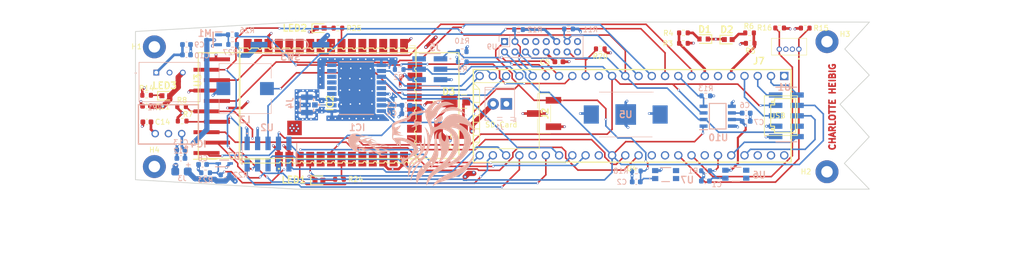
<source format=kicad_pcb>
(kicad_pcb (version 20211014) (generator pcbnew)
  (layers (0 "F.Cu" signal) (1 "In1.Cu" power) (2 "In2.Cu" power) (31 "B.Cu" signal) (34 "B.Paste" user) (35 "F.Paste" user) (36 "B.SilkS" user "B.Silkscreen") (37 "F.SilkS" user "F.Silkscreen") (38 "B.Mask" user) (39 "F.Mask" user) (44 "Edge.Cuts" user))
  (net 0 "")
  (net 1 "+3V3")
  (net 2 "GND")
  (net 3 "Net-(C6-Pad1)")
  (net 4 "Net-(D1-Pad2)")
  (net 5 "Net-(D2-Pad2)")
  (net 6 "/MISO0")
  (net 7 "/MOSI0")
  (net 8 "+5V")
  (net 9 "/SCK0")
  (net 13 "/RTC_supply")
  (net 46 "Net-(LED1-Pad2)")
  (net 47 "Net-(LED2-Pad2)")
  (net 48 "/nReset")
  (net 49 "Net-(LED3-Pad1)")
  (net 56 "Net-(C10-Pad1)")
  (net 57 "Net-(IC1-Pad11)")
  (net 58 "Net-(IC2-Pad7)")
  (net 59 "Net-(IC2-Pad28)")
  (net 60 "/bat_voltage")
  (net 61 "/led2")
  (net 62 "/led1")
  (net 63 "/gp3_spi")
  (net 64 "/cs_acc")
  (net 65 "/gp4_spi")
  (net 66 "/cs_tc3")
  (net 67 "/cs_tc4")
  (net 68 "/rx_ublox")
  (net 69 "/tx_ublox")
  (net 70 "/aux3")
  (net 71 "/sync_adis")
  (net 72 "/aux2")
  (net 73 "/timepulse_ublox")
  (net 74 "/dr_adis")
  (net 75 "/tx_xbee")
  (net 76 "/rx_xbee")
  (net 77 "/aux1")
  (net 78 "/cs_pressure_ee_1")
  (net 79 "/cs_pressure_ee_2")
  (net 80 "/cs_tc2")
  (net 81 "/cs_tc1")
  (net 82 "/sda_i2c")
  (net 83 "/cs_pressure_adc_2")
  (net 84 "/gp0_spi")
  (net 85 "/dr_pressure_2")
  (net 86 "/button1")
  (net 87 "/buzzer_input")
  (net 88 "/scl_i2c")
  (net 89 "/cs_pressure_adc_1")
  (net 90 "/dr_pressure_1")
  (net 92 "/cs_adis")
  (net 93 "Net-(F1-Pad1)")
  (net 94 "Net-(J1-Pad1)")
  (net 95 "Net-(D3-Pad2)")
  (net 96 "Net-(M1-Pad3)")
  (net 99 "/enable_gnd")
  (net 100 "/load_plus")
  (net 101 "/load_minus")
  (footprint "MountingHole:MountingHole_2.2mm_M2_Pad_TopBottom" (layer "F.Cu") (at 82.205 155.52)
    (fp_text reference "H4")
    (fp_text value "Board_Hole")
  )
  (footprint "Library:LEDC1608X45N" (layer "F.Cu") (at 187.545 131.02 180)
    (fp_text reference "D1")
    (fp_text value "White LED" hide)
  )
  (footprint "Capacitor_SMD:C_0603_1608Metric" (layer "F.Cu") (at 159.795 135.39)
    (fp_text reference "C5")
    (fp_text value "100nF")
  )
  (footprint "CustomLib:Charlotte" (layer "F.Cu") (at 212.245 144.05 90)
    (fp_text reference "REF**" hide)
    (fp_text value "Charlotte")
  )
  (footprint "Resistor_SMD:R_0603_1608Metric" (layer "F.Cu") (at 183.6725 129.84 180)
    (fp_text reference "R3")
    (fp_text value "100Ω")
  )
  (footprint "MountingHole:MountingHole_2.2mm_M2_Pad_TopBottom" (layer "F.Cu") (at 211.205 131.52)
    (fp_text reference "H3")
    (fp_text value "Board_Hole")
  )
  (footprint "Library:XBP9XDMRS001" (layer "F.Cu") (at 116.005 143.52 90)
    (fp_text reference "IC2")
    (fp_text value "XB8X-DMUS-001" hide)
  )
  (footprint "Resistor_SMD:R_0603_1608Metric" (layer "F.Cu") (at 167.725 132.91 180)
    (fp_text reference "R20")
    (fp_text value "10kΩ")
  )
  (footprint "MountingHole:MountingHole_2.2mm_M2_Pad_TopBottom" (layer "F.Cu") (at 82.205 132.52)
    (fp_text reference "H1")
    (fp_text value "Board_Hole")
  )
  (footprint "Resistor_SMD:R_0603_1608Metric" (layer "F.Cu") (at 196.4725 131.84)
    (fp_text reference "R6")
    (fp_text value "10kΩ")
  )
  (footprint "Library:LEDC1608X80N" (layer "F.Cu") (at 84.405 141.92)
    (fp_text reference "LED3")
    (fp_text value "150060GS75000" hide)
  )
  (footprint "Resistor_SMD:R_0603_1608Metric" (layer "F.Cu") (at 117.705 157.98 180)
    (fp_text reference "R24")
    (fp_text value "24")
  )
  (footprint "Resistor_SMD:R_0603_1608Metric" (layer "F.Cu") (at 117.405 128.92)
    (fp_text reference "R25")
    (fp_text value "24")
  )
  (footprint "Resistor_SMD:R_0603_1608Metric" (layer "F.Cu") (at 80.715 141.82 180)
    (fp_text reference "R14")
    (fp_text value "10K")
  )
  (footprint "Resistor_SMD:R_0603_1608Metric" (layer "F.Cu") (at 87.53 146.78)
    (fp_text reference "R7")
    (fp_text value "10kOhm")
  )
  (footprint "Capacitor_SMD:C_0603_1608Metric" (layer "F.Cu") (at 80.775 146.95 180)
    (fp_text reference "C14")
    (fp_text value "100nF")
  )
  (footprint "Library:V8PAN50M3I" (layer "F.Cu") (at 140.005 143.03)
    (fp_text reference "D3")
    (fp_text value "D_Schottky" hide)
  )
  (footprint "Library:LEDC1608X80N" (layer "F.Cu") (at 113.765075 158.139925)
    (fp_text reference "LED1")
    (fp_text value "150060GS75000" hide)
  )
  (footprint "Resistor_SMD:R_0603_1608Metric" (layer "F.Cu") (at 183.6725 131.84)
    (fp_text reference "R4")
    (fp_text value "10kΩ")
  )
  (footprint "Resistor_SMD:R_0603_1608Metric" (layer "F.Cu") (at 207.03 128.92 180)
    (fp_text reference "R15")
    (fp_text value "10k")
  )
  (footprint "Library:17345984" (layer "F.Cu") (at 205.815 132.97)
    (fp_text reference "J7")
    (fp_text value "1734598-4" hide)
  )
  (footprint "Library:HUSRSP10W50P200_2000X200X550P" (layer "F.Cu") (at 93.205 143.92 90)
    (fp_text reference "U3")
    (fp_text value "1-2842102-0" hide)
  )
  (footprint "Library:0878980304" (layer "F.Cu") (at 156.945 145.33 -90)
    (fp_text reference "J2")
    (fp_text value "0878980304" hide)
  )
  (footprint "CustomLib:Teensy35_36_exterior_pins_only" (layer "F.Cu") (at 173.795 145.74 180)
    (fp_text reference "U4")
    (fp_text value "Teensy3.5")
  )
  (footprint "Library:MINISMDC050F2" (layer "F.Cu") (at 139.095 148.63)
    (fp_text reference "F1")
    (fp_text value "MINIASMDC150F_12-2" hide)
  )
  (footprint "MountingHole:MountingHole_2.2mm_M2_Pad_TopBottom" (layer "F.Cu") (at 211.205 156.52)
    (fp_text reference "H2")
    (fp_text value "Board_Hole")
  )
  (footprint "Resistor_SMD:R_0603_1608Metric" (layer "F.Cu") (at 202.125 128.9)
    (fp_text reference "R16")
    (fp_text value "10k")
  )
  (footprint "Resistor_SMD:R_0603_1608Metric" (layer "F.Cu") (at 196.3525 129.84 180)
    (fp_text reference "R5")
    (fp_text value "24Ω")
  )
  (footprint "Library:LEDC1608X80N" (layer "F.Cu") (at 192.265 131.12)
    (fp_text reference "D2")
    (fp_text value "Red LED" hide)
  )
  (footprint "Capacitor_SMD:C_0603_1608Metric" (layer "F.Cu") (at 80.715 143.91 180)
    (fp_text reference "C11")
    (fp_text value "100nF")
  )
  (footprint "Resistor_SMD:R_0603_1608Metric" (layer "F.Cu") (at 87.425 144.01)
    (fp_text reference "R8")
    (fp_text value "10kOhm")
  )
  (footprint "Library:LEDC1608X80N" (layer "F.Cu") (at 114.005 128.92)
    (fp_text reference "LED2")
    (fp_text value "150060GS75000" hide)
  )
  (footprint "Library:pad2" (layer "B.Cu") (at 89.005 158.27)
    (fp_text reference "J3")
    (fp_text value "LiPo Connection")
  )
  (footprint "Capacitor_SMD:C_0603_1608Metric" (layer "B.Cu") (at 130.455 143.76)
    (fp_text reference "C3")
    (fp_text value "100nF")
  )
  (footprint "Resistor_SMD:R_0603_1608Metric" (layer "B.Cu") (at 152.045 129.21 180)
    (fp_text reference "R12")
    (fp_text value "10kΩ")
  )
  (footprint "Capacitor_SMD:C_0603_1608Metric" (layer "B.Cu") (at 187.885 158.3 180)
    (fp_text reference "C1")
    (fp_text value "100nF")
  )
  (footprint "Resistor_SMD:R_0603_1608Metric" (layer "B.Cu") (at 161.635 129.08 180)
    (fp_text reference "R11")
    (fp_text value "10kΩ")
  )
  (footprint "Library:RKC2SJF170SMTRLFS" (layer "B.Cu") (at 193.715 156.99)
    (fp_text reference "U6")
    (fp_text value "switch" hide)
  )
  (footprint "Library:CONUFL001-SMD" (layer "B.Cu") (at 111.46 143.68 -90)
    (fp_text reference "J4")
    (fp_text value "CONUFL001-SMD-T" hide)
  )
  (footprint "Library:TSR-0.5-2433" (layer "B.Cu") (at 90.6535 151.194 180)
    (fp_text reference "IC4")
    (fp_text value "TSR_0.5-2433" hide)
  )
  (footprint "Capacitor_SMD:C_0603_1608Metric" (layer "B.Cu") (at 195.707 145.25)
    (fp_text reference "C6")
    (fp_text value "1uF +/- 10% 10V")
  )
  (footprint "Resistor_SMD:R_0603_1608Metric" (layer "B.Cu") (at 174.635 156.37)
    (fp_text reference "R18")
    (fp_text value "10k")
  )
  (footprint "Library:CONV_TSR1-2450" (layer "B.Cu") (at 85.1125 137.465)
    (fp_text reference "VR1")
    (fp_text value "TSR1-2450")
  )
  (footprint "Capacitor_SMD:C_0603_1608Metric" (layer "B.Cu") (at 88.365 132.08)
    (fp_text reference "C9")
    (fp_text value "10uF")
  )
  (footprint "Capacitor_SMD:C_0603_1608Metric" (layer "B.Cu") (at 91.455 155.12)
    (fp_text reference "C8")
    (fp_text value "1uF")
  )
  (footprint "Library:SOIC127P600X175-8N" (layer "B.Cu") (at 190.245 145.85)
    (fp_text reference "U10")
    (fp_text value "AIS1120SXTR" hide)
  )
  (footprint "Capacitor_SMD:C_0603_1608Metric" (layer "B.Cu") (at 174.625 158.46)
    (fp_text reference "C2")
    (fp_text value "100nF")
  )
  (footprint "Resistor_SMD:R_0603_1608Metric" (layer "B.Cu") (at 141.245 133.44 180)
    (fp_text reference "R10")
    (fp_text value "10k")
  )
  (footprint "Library:SOD2513X110N" (layer "B.Cu") (at 95.605 154.92)
    (fp_text reference "D7")
    (fp_text value "BZX584C3V3-G3-08" hide)
  )
  (footprint "Resistor_SMD:R_0603_1608Metric" (layer "B.Cu") (at 187.965 141.94 180)
    (fp_text reference "R13")
    (fp_text value "10kΩ")
  )
  (footprint "Resistor_SMD:R_0603_1608Metric" (layer "B.Cu") (at 97.155 130.19 180)
    (fp_text reference "R26")
    (fp_text value "R")
  )
  (footprint "Capacitor_SMD:C_0603_1608Metric" (layer "B.Cu") (at 87.275 152.31 180)
    (fp_text reference "C13")
    (fp_text value "100nF")
  )
  (footprint "Library:PinHeader_2x08_P2.00mm_Vertical" (layer "B.Cu") (at 149.365 131.5 -90)
    (fp_text reference "U9")
    (fp_text value "ADIS16470")
  )
  (footprint "Resistor_SMD:R_0603_1608Metric" (layer "B.Cu") (at 95.765 157.12 180)
    (fp_text reference "R22")
    (fp_text value "?")
  )
  (footprint "Library:MAX7C0" (layer "B.Cu") (at 120.985 140.46)
    (fp_text reference "IC1")
    (fp_text value "MAX-7C-0" hide)
  )
  (footprint "Library:57202G5203LF" (layer "B.Cu") (at 135.03 137.82 90)
    (fp_text reference "J5")
    (fp_text value "57202G5203LF" hide)
  )
  (footprint "Resistor_SMD:R_0603_1608Metric" (layer "B.Cu") (at 97.215 132.06)
    (fp_text reference "R27")
    (fp_text value "10kOhm")
  )
  (footprint "Resistor_SMD:R_0603_1608Metric" (layer "B.Cu") (at 141.255 135.4)
    (fp_text reference "R9")
    (fp_text value "10k")
  )
  (footprint "Library:SMI1027T5VR" (layer "B.Cu") (at 99.615 140.54 180)
    (fp_text reference "L3")
    (fp_text value "SMI-1027-T-5V-R" hide)
  )
  (footprint "Resistor_SMD:R_0603_1608Metric" (layer "B.Cu") (at 187.915 156.33 180)
    (fp_text reference "R1")
    (fp_text value "10kΩ")
  )
  (footprint "Library:RKC2SJF170SMTRLFS" (layer "B.Cu") (at 180.255 157.062)
    (fp_text reference "U7")
    (fp_text value "switch" hide)
  )
  (footprint "Resistor_SMD:R_0603_1608Metric" (layer "B.Cu") (at 129.159 136.87 180)
    (fp_text reference "R2")
    (fp_text value "10k")
  )
  (footprint "TerminalBlock_Phoenix:TerminalBlock_Phoenix_MPT-0,5-2-2.54_1x02_P2.54mm_Horizontal" (layer "B.Cu") (at 149.715 143.48 180)
    (fp_text reference "J1")
    (fp_text value "Altimax Power")
  )
  (footprint "Capacitor_SMD:C_0603_1608Metric" (layer "B.Cu") (at 88.365 134.06)
    (fp_text reference "C10")
    (fp_text value "100nF")
  )
  (footprint "Capacitor_SMD:C_0603_1608Metric" (layer "B.Cu") (at 87.295 153.94 180)
    (fp_text reference "C12")
    (fp_text value "10uF")
  )
  (footprint "Library:SOT95P237X112-3N" (layer "B.Cu") (at 93.465 131.16 180)
    (fp_text reference "M1")
    (fp_text value "MNMOS" hide)
  )
  (footprint "Library:MISM7R610" (layer "B.Cu") (at 108.205 132.12 180)
    (fp_text reference "SW3")
    (fp_text value "MISM7R610" hide)
  )
  (footprint "Resistor_SMD:R_0603_1608Metric" (layer "B.Cu") (at 92.03 156.72 180)
    (fp_text reference "R23")
    (fp_text value "?")
  )
  (footprint "CustomLib:flamme" (layer "B.Cu") (at 124.027265 151.370988 180)
    (fp_text reference "G***" hide)
    (fp_text value "LOGO" hide)
  )
  (footprint "Library:57202G5205LF" (layer "B.Cu") (at 203.405 146.77 -90)
    (fp_text reference "U1")
    (fp_text value "57202G5205LF" hide)
  )
  (footprint "Capacitor_SMD:C_0603_1608Metric" (layer "B.Cu") (at 130.44 145.39)
    (fp_text reference "C4")
    (fp_text value "10uF")
  )
  (footprint "Library:3030" (layer "B.Cu") (at 172.605 145.52 180)
    (fp_text reference "U5")
    (fp_text value "3030" hide)
  )
  (footprint "Capacitor_SMD:C_0603_1608Metric" (layer "B.Cu") (at 195.707 146.812)
    (fp_text reference "C7")
    (fp_text value "100nF +/- 10% 10V")
  )
  (footprint "CustomLib:lion" (layer "B.Cu") (at 135.684024 151.088611 180)
    (fp_text reference "G***" hide)
    (fp_text value "LOGO" hide)
  )
  (footprint "Library:57202G5205LF" (layer "B.Cu") (at 103.005 153.12 180)
    (fp_text reference "U2")
    (fp_text value "57202G5205LF" hide)
  )
  (gr_poly (pts (xy 143.409816 136.908051) (xy 143.409816 154.688051) (xy 204.369816 154.688051) (xy 204.369816 136.908051)) (layer "F.SilkS") (width 0.2) (fill none))
  (gr_poly (pts (arc (start 112.200916 132.749051) (mid 112.500916 133.049051) (end 112.800916 132.749051)) (arc (start 114.207516 132.749051) (mid 114.507516 133.049051) (end 114.807516 132.749051)) (arc (start 116.214116 132.749051) (mid 116.514116 133.049051) (end 116.814116 132.749051)) (arc (start 118.220716 132.749051) (mid 118.520716 133.049051) (end 118.820716 132.749051)) (arc (start 120.227316 132.749051) (mid 120.527316 133.049051) (end 120.827316 132.749051)) (arc (start 122.233916 132.749051) (mid 122.533916 133.049051) (end 122.833916 132.749051)) (arc (start 124.240516 132.749051) (mid 124.540516 133.049051) (end 124.840516 132.749051)) (arc (start 126.247116 132.749051) (mid 126.547116 133.049051) (end 126.847116 132.749051)) (arc (start 128.253716 132.749051) (mid 128.553716 133.049051) (end 128.853716 132.749051)) (arc (start 130.260316 132.749051) (mid 130.560316 133.049051) (end 130.860316 132.749051)) (xy 132.401816 132.749051) (arc (start 132.401816 136.474951) (mid 132.101816 136.774951) (end 132.401816 137.074951)) (arc (start 132.401816 138.481551) (mid 132.101816 138.781551) (end 132.401816 139.081551)) (arc (start 132.401816 140.488151) (mid 132.101816 140.788151) (end 132.401816 141.088151)) (arc (start 132.401816 142.494751) (mid 132.101816 142.794751) (end 132.401816 143.094751)) (arc (start 132.401816 144.501351) (mid 132.101816 144.801351) (end 132.401816 145.101351)) (arc (start 132.401816 146.507951) (mid 132.101816 146.807951) (end 132.401816 147.107951)) (arc (start 132.401816 148.514551) (mid 132.101816 148.814551) (end 132.401816 149.114551)) (arc (start 132.401816 150.521151) (mid 132.101816 150.821151) (end 132.401816 151.121151)) (xy 132.401816 154.847051) (arc (start 130.860316 154.847051) (mid 130.560316 154.547051) (end 130.260316 154.847051)) (arc (start 128.853716 154.847051) (mid 128.553716 154.547051) (end 128.253716 154.847051)) (arc (start 126.847116 154.847051) (mid 126.547116 154.547051) (end 126.247116 154.847051)) (arc (start 124.840516 154.847051) (mid 124.540516 154.547051) (end 124.240516 154.847051)) (arc (start 122.833916 154.847051) (mid 122.533916 154.547051) (end 122.233916 154.847051)) (arc (start 120.827316 154.847051) (mid 120.527316 154.547051) (end 120.227316 154.847051)) (arc (start 118.820716 154.847051) (mid 118.520716 154.547051) (end 118.220716 154.847051)) (arc (start 116.814116 154.847051) (mid 116.514116 154.547051) (end 116.214116 154.847051)) (arc (start 114.807516 154.847051) (mid 114.507516 154.547051) (end 114.207516 154.847051)) (arc (start 112.800916 154.847051) (mid 112.500916 154.547051) (end 112.200916 154.847051)) (arc (start 110.794316 154.847051) (mid 110.494316 154.547051) (end 110.194316 154.847051)) (arc (start 108.787716 154.847051) (mid 108.487716 154.547051) (end 108.187716 154.847051)) (arc (start 106.781116 154.847051) (mid 106.481116 154.547051) (end 106.181116 154.847051)) (xy 98.619816 154.847051) (xy 98.619816 132.749051) (arc (start 100.161316 132.749051) (mid 100.461316 133.049051) (end 100.761316 132.749051)) (arc (start 102.167916 132.749051) (mid 102.467916 133.049051) (end 102.767916 132.749051)) (arc (start 104.174516 132.749051) (mid 104.474516 133.049051) (end 104.774516 132.749051)) (arc (start 106.181116 132.749051) (mid 106.481116 133.049051) (end 106.781116 132.749051)) (arc (start 108.187716 132.749051) (mid 108.487716 133.049051) (end 108.787716 132.749051)) (arc (start 110.194316 132.749051) (mid 110.494316 133.049051) (end 110.794316 132.749051))) (layer "F.SilkS") (width 0.2) (fill none))
  (gr_poly (pts (xy 140.619816 153.958051) (xy 90.619816 153.958051) (xy 90.619816 133.638051) (xy 140.619816 133.638051)) (layer "F.SilkS") (width 0.2) (fill none))
  (gr_poly (pts (xy 205.178589 142.457438) (xy 201.168623 142.440787) (xy 201.16642 142.971478) (xy 200.578925 142.969038) (xy 200.577679 143.269035) (xy 201.165174 143.271475) (xy 201.163513 143.671472) (xy 200.41352 143.668357) (xy 200.396481 147.771644) (xy 201.146475 147.774758) (xy 201.144814 148.174755) (xy 200.557319 148.172316) (xy 200.556073 148.472313) (xy 201.143568 148.474753) (xy 201.141364 149.005444) (xy 205.15133 149.022095)) (layer "F.SilkS") (width 0.2) (fill none))
  (gr_poly (pts (xy 219.329 127.77) (xy 214.615 132.94) (xy 219.317925 137.950025) (xy 213.705 143.55) (xy 219.305 149.83) (xy 214.535 154.91) (xy 219.329 159.862) (xy 109.41686 159.862) (xy 78.579 158.054162) (xy 78.579 129.569838) (xy 109.41686 127.762)) (layer "Edge.Cuts") (width 0.15) (fill none))
  (gr_text "+" (at 88.705 155.12) (layer "B.SilkS") (effects (font (size 1 1)) (justify mirror)))
  (gr_text "-" (at 86.255 155.12) (layer "B.SilkS") (effects (font (size 1 1)) (justify mirror)))
  (segment (start 204.149 129.102) (end 204.037 128.99) (width 0.5) (layer "F.Cu") (net 1))
  (segment (start 157.365 133.5) (end 157.365 133.735) (width 0.5) (layer "F.Cu") (net 1))
  (segment (start 86.705 146.78) (end 86.705 146.11) (width 0.5) (layer "F.Cu") (net 1))
  (segment (start 157.385 133.22) (end 157.665 133.5) (width 0.5) (layer "F.Cu") (net 1))
  (segment (start 98.955 144.27) (end 100.145 143.08) (width 0.5) (layer "F.Cu") (net 1))
  (segment (start 108.091 152.606) (end 108.091 154.095) (width 0.5) (layer "F.Cu") (net 1))
  (segment (start 203.03 128.99) (end 204.037 128.99) (width 0.5) (layer "F.Cu") (net 1))
  (segment (start 206.115 128.98) (end 205.18 128.98) (width 0.5) (layer "F.Cu") (net 1))
  (segment (start 81.55 148.3805) (end 82.3635 149.194) (width 0.5) (layer "F.Cu") (net 1))
  (segment (start 92.205 140.92) (end 89.077 140.92) (width 0.5) (layer "F.Cu") (net 1))
  (segment (start 134.275 132.58) (end 134.285 132.57) (width 0.3) (layer "F.Cu") (net 1))
  (segment (start 130.195 137.82) (end 129.355 138.66) (width 0.5) (layer "F.Cu") (net 1))
  (segment (start 86.705 146.11) (end 87.585 145.23) (width 0.5) (layer "F.Cu") (net 1))
  (segment (start 194.115 154.918) (end 194.115 149.97) (width 0.4) (layer "F.Cu") (net 1))
  (segment (start 89.077 140.92) (end 88.773 141.224) (width 0.5) (layer "F.Cu") (net 1))
  (segment (start 194.115 149.97) (end 195.615 148.47) (width 0.4) (layer "F.Cu") (net 1))
  (segment (start 96.225 144.27) (end 98.955 144.27) (width 0.5) (layer "F.Cu") (net 1))
  (segment (start 195.615 148.47) (end 195.615 147.68) (width 0.4) (layer "F.Cu") (net 1))
  (segment (start 205.18 128.98) (end 205.058 129.102) (width 0.5) (layer "F.Cu") (net 1))
  (segment (start 192.815 156.218) (end 194.115 154.918) (width 0.4) (layer "F.Cu") (net 1))
  (segment (start 134.285 132.57) (end 134.295 132.57) (width 0.3) (layer "F.Cu") (net 1))
  (segment (start 81.55 146.95) (end 81.55 148.3805) (width 0.5) (layer "F.Cu") (net 1))
  (segment (start 134.295 132.57) (end 136.175 130.69) (width 0.7) (layer "F.Cu") (net 1))
  (segment (start 129.355 138.66) (end 129.355 140.08) (width 0.5) (layer "F.Cu") (net 1))
  (segment (start 106.985 151.5) (end 108.091 152.606) (width 0.5) (layer "F.Cu") (net 1))
  (segment (start 87.585 145.23) (end 86.6 144.245) (width 0.5) (layer "F.Cu") (net 1))
  (segment (start 157.365 133.735) (end 159.02 135.39) (width 0.5) (layer "F.Cu") (net 1))
  (segment (start 86.6 144.245) (end 86.6 144.01) (width 0.5) (layer "F.Cu") (net 1))
  (via (at 96.225 144.27) (size 0.45) (drill 0.3) (layers "F.Cu" "B.Cu") (net 1))
  (via (at 195.615 147.68) (size 0.45) (drill 0.3) (layers "F.Cu" "B.Cu") (net 1))
  (via (at 199.575 147.77) (size 0.45) (drill 0.3) (layers "F.Cu" "B.Cu") (net 1))
  (via (at 87.585 145.23) (size 0.45) (drill 0.3) (layers "F.Cu" "B.Cu") (net 1))
  (via (at 136.175 130.69) (size 0.45) (drill 0.3) (layers "F.Cu" "B.Cu") (net 1))
  (via (at 130.195 137.82) (size 0.45) (drill 0.3) (layers "F.Cu" "B.Cu") (net 1))
  (via (at 129.075 145.98) (size 0.45) (drill 0.3) (layers "F.Cu" "B.Cu") (net 1))
  (via (at 204.175 129.09) (size 0.45) (drill 0.3) (layers "F.Cu" "B.Cu") (net 1))
  (via (at 192.815 156.218) (size 0.45) (drill 0.3) (layers "F.Cu" "B.Cu") (net 1))
  (via (at 88.773 141.224) (size 0.45) (drill 0.3) (layers "F.Cu" "B.Cu") (net 1))
  (via (at 205.058 129.102) (size 0.45) (drill 0.3) (layers "F.Cu" "B.Cu") (net 1))
  (via (at 100.145 143.08) (size 0.45) (drill 0.3) (layers "F.Cu" "B.Cu") (net 1))
  (via (at 129.355 140.08) (size 0.45) (drill 0.3) (layers "F.Cu" "B.Cu") (net 1))
  (via (at 173.81 157.279) (size 0.45) (drill 0.3) (layers "F.Cu" "B.Cu") (net 1))
  (via (at 134.275 132.58) (size 0.45) (drill 0.3) (layers "F.Cu" "B.Cu") (net 1))
  (via (at 102.015 148.16) (size 0.45) (drill 0.3) (layers "F.Cu" "B.Cu") (net 1))
  (via (at 189.505 141.94) (size 0.45) (drill 0.3) (layers "F.Cu" "B.Cu") (net 1))
  (via (at 106.985 151.5) (size 0.45) (drill 0.3) (layers "F.Cu" "B.Cu") (net 1))
  (segment (start 125.735 143.76) (end 128.045 143.76) (width 0.5) (layer "B.Cu") (net 1))
  (segment (start 194.605 146.485) (end 194.932 146.812) (width 0.5) (layer "B.Cu") (net 1))
  (segment (start 129.68 145.375) (end 129.665 145.39) (width 0.5) (layer "B.Cu") (net 1))
  (segment (start 102.005 148.17) (end 102.015 148.16) (width 0.5) (layer "B.Cu") (net 1))
  (segment (start 125.735 142.66) (end 126.945 142.66) (width 0.5) (layer "B.Cu") (net 1))
  (segment (start 128.045 143.76) (end 129.68 143.76) (width 0.5) (layer "B.Cu") (net 1))
  (segment (start 126.945 142.66) (end 128.045 143.76) (width 0.5) (layer "B.Cu") (net 1))
  (segment (start 173.81 156.37) (end 173.81 157.279) (width 0.5) (layer "B.Cu") (net 1))
  (segment (start 129.68 143.76) (end 129.68 145.375) (width 0.5) (layer "B.Cu") (net 1))
  (segment (start 173.81 157.279) (end 173.81 158.42) (width 0.5) (layer "B.Cu") (net 1))
  (segment (start 131.195 138.82) (end 132.98 138.82) (width 0.5) (layer "B.Cu") (net 1))
  (segment (start 194.932 146.997) (end 194.932 146.93152) (width 0.5) (layer "B.Cu") (net 1))
  (segment (start 157.075 129.21) (end 159.365 131.5) (width 0.5) (layer "B.Cu") (net 1))
  (segment (start 130.195 137.82) (end 131.195 138.82) (width 0.5) (layer "B.Cu") (net 1))
  (segment (start 102.005 151.07) (end 102.005 148.17) (width 0.5) (layer "B.Cu") (net 1))
  (segment (start 152.87 129.21) (end 157.075 129.21) (width 0.5) (layer "B.Cu") (net 1))
  (segment (start 192.957 146.485) (end 194.605 146.485) (width 0.5) (layer "B.Cu") (net 1))
  (segment (start 129.665 145.39) (end 129.075 145.98) (width 0.5) (layer "B.Cu") (net 1))
  (segment (start 201.355 147.77) (end 199.575 147.77) (width 0.5) (layer "B.Cu") (net 1))
  (segment (start 173.81 158.42) (end 173.85 158.46) (width 0.5) (layer "B.Cu") (net 1))
  (segment (start 195.615 147.68) (end 194.932 146.997) (width 0.5) (layer "B.Cu") (net 1))
  (segment (start 188.79 141.94) (end 189.505 141.94) (width 0.5) (layer "B.Cu") (net 1))
  (segment (start 191.775 156.218) (end 192.815 156.218) (width 0.5) (layer "B.Cu") (net 1))
  (segment (start 188.26 131.04) (end 189.8725 131.04) (width 0.5) (layer "F.Cu") (net 2))
  (segment (start 160.877 147.86) (end 159.405 147.86) (width 0.5) (layer "F.Cu") (net 2))
  (segment (start 184.6725 131.84) (end 184.7125 131.8) (width 0.5) (layer "F.Cu") (net 2))
  (segment (start 127.895 156) (end 129.045022 156) (width 0.5) (layer "F.Cu") (net 2))
  (segment (start 80 147.665) (end 79.855 147.81) (width 0.5) (layer "F.Cu") (net 2))
  (segment (start 191.445 131.04) (end 191.565 131.16) (width 0.5) (layer "F.Cu") (net 2))
  (segment (start 194.755 131.84) (end 194.555 132.04) (width 0.5) (layer "F.Cu") (net 2))
  (segment (start 112.525 129.65) (end 113.255 128.92) (width 0.5) (layer "F.Cu") (net 2))
  (segment (start 126.091 155.008) (end 126.091 154.095) (width 0.5) (layer "F.Cu") (net 2))
  (segment (start 104.995 151.51) (end 106.091 152.606) (width 0.5) (layer "F.Cu") (net 2))
  (segment (start 130.091 154.954022) (end 130.091 154.095) (width 0.5) (layer "F.Cu") (net 2))
  (segment (start 104.091 132.395) (end 104.091 130.434) (width 0.5) (layer "F.Cu") (net 2))
  (segment (start 130.091 132.395) (end 130.091 132.254) (width 0.5) (layer "F.Cu") (net 2))
  (segment (start 161.725 135.39) (end 161.765 135.35) (width 0.5) (layer "F.Cu") (net 2))
  (segment (start 79.89 141.82) (end 79.89 140.775) (width 0.5) (layer "F.Cu") (net 2))
  (segment (start 189.8725 131.04) (end 191.445 131.04) (width 0.5) (layer "F.Cu") (net 2))
  (segment (start 129.045022 156) (end 130.091 154.954022) (width 0.5) (layer "F.Cu") (net 2))
  (segment (start 79.89 140.775) (end 80.275 140.39) (width 0.5) (layer "F.Cu") (net 2))
  (segment (start 106.091 152.606) (end 106.091 154.095) (width 0.5) (layer "F.Cu") (net 2))
  (segment (start 127.083 156) (end 126.091 155.008) (width 0.5) (layer "F.Cu") (net 2))
  (segment (start 195.6475 131.84) (end 194.755 131.84) (width 0.5) (layer "F.Cu") (net 2))
  (segment (start 111.855 157.384031) (end 112.409181 157.384031) (width 0.5) (layer "F.Cu") (net 2))
  (segment (start 104.091 130.434) (end 104.605 129.92) (width 0.5) (layer "F.Cu") (net 2))
  (segment (start 79.635 143.605) (end 79.94 143.91) (width 0.5) (layer "F.Cu") (net 2))
  (segment (start 160.57 135.39) (end 161.725 135.39) (width 0.5) (layer "F.Cu") (net 2))
  (segment (start 94.025 134.74) (end 94.205 134.92) (width 0.5) (layer "F.Cu") (net 2))
  (segment (start 184.7125 131.8) (end 185.615 131.8) (width 0.5) (layer "F.Cu") (net 2))
  (segment (start 127.895 156) (end 127.083 156) (width 0.5) (layer "F.Cu") (net 2))
  (segment (start 79.635 143) (end 79.635 143.605) (width 0.5) (layer "F.Cu") (net 2))
  (segment (start 168.55 133.275) (end 168.955 133.68) (width 0.5) (layer "F.Cu") (net 2))
  (segment (start 168.955 133.68) (end 169.725 133.68) (width 0.5) (layer "F.Cu") (net 2))
  (segment (start 111.885 129.65) (end 112.525 129.65) (width 0.5) (layer "F.Cu") (net 2))
  (segment (start 130.091 132.254) (end 131.44 130.905) (width 0.5) (layer "F.Cu") (net 2))
  (segment (start 168.55 132.91) (end 168.55 133.275) (width 0.5) (layer "F.Cu") (net 2))
  (segment (start 112.409181 157.384031) (end 113.165075 158.139925) (width 0.5) (layer "F.Cu") (net 2))
  (segment (start 94.025 134) (end 94.025 134.74) (width 0.5) (layer "F.Cu") (net 2))
  (segment (start 79.89 143.86) (end 79.94 143.91) (width 0.5) (layer "F.Cu") (net 2))
  (segment (start 80 146.95) (end 80 147.665) (width 0.5) (layer "F.Cu") (net 2))
  (via (at 80.275 140.39) (size 0.45) (drill 0.3) (layers "F.Cu" "B.Cu") (net 2))
  (via (at 142.295 132.45) (size 0.45) (drill 0.3) (layers "F.Cu" "B.Cu") (net 2))
  (via (at 185.615 131.8) (size 0.45) (drill 0.3) (layers "F.Cu" "B.Cu") (net 2))
  (via (at 120.925 146.31) (size 0.45) (drill 0.3) (layers "F.Cu" "B.Cu") (net 2))
  (via (at 86.665 151.31) (size 0.45) (drill 0.3) (layers "F.Cu" "B.Cu") (net 2))
  (via (at 110.665 146.44) (size 0.45) (drill 0.3) (layers "F.Cu" "B.Cu") (net 2))
  (via (at 93.435 141.84) (size 0.45) (drill 0.3) (layers "F.Cu" "B.Cu") (net 2))
  (via (at 127.155 134.87) (size 0.45) (drill 0.3) (layers "F.Cu" "B.Cu") (net 2))
  (via (at 122.735 134.9) (size 0.45) (drill 0.3) (layers "F.Cu" "B.Cu") (net 2))
  (via (at 109.465 141.02) (size 0.45) (drill 0.3) (layers "F.Cu" "B.Cu") (net 2))
  (via (at 111.415 146.43) (size 0.45) (drill 0.3) (layers "F.Cu" "B.Cu") (net 2))
  (via (at 123.975 140.99) (size 0.45) (drill 0.3) (layers "F.Cu" "B.Cu") (net 2))
  (via (at 79.635 143) (size 0.45) (drill 0.3) (layers "F.Cu" "B.Cu") (net 2))
  (via (at 112.245 146.42) (size 0.45) (drill 0.3) (layers "F.Cu" "B.Cu") (net 2))
  (via (at 109.585 146.36) (size 0.45) (drill 0.3) (layers "F.Cu" "B.Cu") (net 2))
  (via (at 113.585 142.42) (size 0.45) (drill 0.3) (layers "F.Cu" "B.Cu") (net 2))
  (via (at 117.875 140.89) (size 0.45) (drill 0.3) (layers "F.Cu" "B.Cu") (net 2))
  (via (at 119.855 134.91) (size 0.45) (drill 0.3) (layers "F.Cu" "B.Cu") (net 2))
  (via (at 179.455 156.06) (size 0.45) (drill 0.3) (layers "F.Cu" "B.Cu") (net 2))
  (via (at 121.755 136.67) (size 0.45) (drill 0.3) (layers "F.Cu" "B.Cu") (net 2))
  (via (at 111.675 143.7) (size 0.45) (drill 0.3) (layers "F.Cu" "B.Cu") (net 2))
  (via (at 99.805 148.09) (size 0.45) (drill 0.3) (layers "F.Cu" "B.Cu") (net 2))
  (via (at 118.245 146.31) (size 0.45) (drill 0.3) (layers "F.Cu" "B.Cu") (net 2))
  (via (at 125.175 146.28) (size 0.45) (drill 0.3) (layers "F.Cu" "B.Cu") (net 2))
  (via (at 121.565 140.87) (size 0.45) (drill 0.3) (layers "F.Cu" "B.Cu") (net 2))
  (via (at 118.365 134.89) (size 0.45) (drill 0.3) (layers "F.Cu" "B.Cu") (net 2))
  (via (at 111.855 157.384031) (size 0.45) (drill 0.3) (layers "F.Cu" "B.Cu") (net 2))
  (via (at 133.955 144.72) (size 0.45) (drill 0.3) (layers "F.Cu" "B.Cu") (net 2))
  (via (at 119.695 138.6) (size 0.45) (drill 0.3) (layers "F.Cu" "B.Cu") (net 2))
  (via (at 117.895 138.57) (size 0.45) (drill 0.3) (layers "F.Cu" "B.Cu") (net 2))
  (via (at 111.505 140.92) (size 0.45) (drill 0.3) (layers "F.Cu" "B.Cu") (net 2))
  (via (at 123.655 136.71) (size 0.45) (drill 0.3) (layers "F.Cu" "B.Cu") (net 2))
  (via (at 98.679 133.096) (size 0.45) (drill 0.3) (layers "F.Cu" "B.Cu") (net 2))
  (via (at 163.957 129.68048) (size 0.45) (drill 0.3) (layers "F.Cu" "B.Cu") (net 2))
  (via (at 118.035 143.58) (size 0.45) (drill 0.3) (layers "F.Cu" "B.Cu") (net 2))
  (via (at 114.075 134.92) (size 0.45) (drill 0.3) (layers "F.Cu" "B.Cu") (net 2))
  (via (at 122.345 146.31) (size 0.45) (drill 0.3) (layers "F.Cu" "B.Cu") (net 2))
  (via (at 123.775 146.31) (size 0.45) (drill 0.3) (layers "F.Cu" "B.Cu") (net 2))
  (via (at 116.915 146.28) (size 0.45) (drill 0.3) (layers "F.Cu" "B.Cu") (net 2))
  (via (at 109.435 144.73) (size 0.45) (drill 0.3) (layers "F.Cu" "B.Cu") (net 2))
  (via (at 114.335 145.08) (size 0.45) (drill 0.3) (layers "F.Cu" "B.Cu") (net 2))
  (via (at 199.517 149.86) (size 0.45) (drill 0.3) (layers "F.Cu" "B.Cu") (net 2))
  (via (at 128.085 141.97) (size 0.45) (drill 0.3) (layers "F.Cu" "B.Cu") (net 2))
  (via (at 108.565 148.65) (size 0.45) (drill 0.3) (layers "F.Cu" "B.Cu") (net 2))
  (via (at 89.185 133.34) (size 0.45) (drill 0.3) (layers "F.Cu" "B.Cu") (net 2))
  (via (at 119.615 140.78) (size 0.45) (drill 0.3) (layers "F.Cu" "B.Cu") (net 2))
  (via (at 109.465 141.73) (size 0.45) (drill 0.3) (layers "F.Cu" "B.Cu") (net 2))
  (via (at 104.605 129.92) (size 0.45) (drill 0.3) (layers "F.Cu" "B.Cu") (net 2))
  (via (at 110.715 140.92) (size 0.45) (drill 0.3) (layers "F.Cu" "B.Cu") (net 2))
  (via (at 113.295 146.18) (size 0.45) (drill 0.3) (layers "F.Cu" "B.Cu") (net 2))
  (via (at 116.835 134.88) (size 0.45) (drill 0.3) (layers "F.Cu" "B.Cu") (net 2))
  (via (at 128.015 145.12) (size 0.45) (drill 0.3) (layers "F.Cu" "B.Cu") (net 2))
  (via (at 109.435 145.56) (size 0.45) (drill 0.3) (layers "F.Cu" "B.Cu") (net 2))
  (via (at 127.895 156) (size 0.45) (drill 0.3) (layers "F.Cu" "B.Cu") (net 2))
  (via (at 140.175 134.49) (size 0.45) (drill 0.3) (layers "F.Cu" "B.Cu") (net 2))
  (via (at 119.805 143.52) (size 0.45) (drill 0.3) (layers "F.Cu" "B.Cu") (net 2))
  (via (at 119.875 136.63) (size 0.45) (drill 0.3) (layers "F.Cu" "B.Cu") (net 2))
  (via (at 115.455 134.87) (size 0.45) (drill 0.3) (layers "F.Cu" "B.Cu") (net 2))
  (via (at 194.085 147.94) (size 0.45) (drill 0.3) (layers "F.Cu" "B.Cu") (net 2))
  (via (at 93.345 132.334) (size 0.6) (drill 0.3) (layers "F.Cu" "B.Cu") (net 2))
  (via (at 118.035 136.67) (size 0.45) (drill 0.3) (layers "F.Cu" "B.Cu") (net 2))
  (via (at 121.265 134.92) (size 0.45) (drill 0.3) (layers "F.Cu" "B.Cu") (net 2))
  (via (at 108.255 148.11) (size 0.45) (drill 0.3) (layers "F.Cu" "B.Cu") (net 2))
  (via (at 121.625 138.66) (size 0.45) (drill 0.3) (layers "F.Cu" "B.Cu") (net 2))
  (via (at 109.435 148.69) (size 0.45) (drill 0.3) (layers "F.Cu" "B.Cu") (net 2))
  (via (at 121.585 143.46) (size 0.45) (drill 0.3) (layers "F.Cu" "B.Cu") (net 2))
  (via (at 119.595 146.28) (size 0.45) (drill 0.3) (layers "F.Cu" "B.Cu") (net 2))
  (via (at 161.765 135.35) (size 0.45) (drill 0.3) (layers "F.Cu" "B.Cu") (net 2))
  (via (at 113.585 141.46) (size 0.45) (drill 0.3) (layers "F.Cu" "B.Cu") (net 2))
  (via (at 187.579 157.226) (size 0.45) (drill 0.3) (layers "F.Cu" "B.Cu") (net 2))
  (via (at 111.885 129.65) (size 0.45) (drill 0.3) (layers "F.Cu" "B.Cu") (net 2))
  (via (at 124.215 134.92) (size 0.45) (drill 0.3) (layers "F.Cu" "B.Cu") (net 2))
  (via (at 172.845 142.93) (size 0.45) (drill 0.3) (layers "F.Cu" "B.Cu") (net 2))
  (via (at 193.27 142.975) (size 0.45) (drill 0.3) (layers "F.Cu" "B.Cu") (net 2))
  (via (at 109.445 142.75) (size 0.45) (drill 0.3) (layers "F.Cu" "B.Cu") (net 2))
  (via (at 160.877 147.86) (size 0.45) (drill 0.3) (layers "F.Cu" "B.Cu") (net 2))
  (via (at 114.035 139.76) (size 0.45) (drill 0.3) (layers "F.Cu" "B.Cu") (net 2))
  (via (at 113.985 136.66) (size 0.45) (drill 0.3) (layers "F.Cu" "B.Cu") (net 2))
  (via (at 113.425 145.1) (size 0.45) (drill 0.3) (layers "F.Cu" "B.Cu") (net 2))
  (via (at 169.725 133.68) (size 0.45) (drill 0.3) (layers "F.Cu" "B.Cu") (net 2))
  (via (at 108.945 148.17) (size 0.45) (drill 0.3) (layers "F.Cu" "B.Cu") (net 2))
  (via (at 109.425 143.7) (size 0.45) (drill 0.3) (layers "F.Cu" "B.Cu") (net 2))
  (via (at 109.545 147.56) (size 0.45) (drill 0.3) (layers "F.Cu" "B.Cu") (net 2))
  (via (at 114.005 138.24) (size 0.45) (drill 0.3) (layers "F.Cu" "B.Cu") (net 2))
  (via (at 115.665 146.26) (size 0.45) (drill 0.3) (layers "F.Cu" "B.Cu") (net 2))
  (via (at 139.2 138.845) (size 0.45) (drill 0.3) (layers "F.Cu" "B.Cu") (net 2))
  (via (at 96.005 155.72) (size 0.45) (drill 0.3) (layers "F.Cu" "B.Cu") (net 2))
  (via (at 110.505 143.7) (size 0.45) (drill 0.3) (layers "F.Cu" "B.Cu") (net 2))
  (via (at 90.605 155.92) (size 0.45) (drill 0.3) (layers "F.Cu" "B.Cu") (net 2))
  (via (at 131.44 130.905) (size 0.45) (drill 0.3) (layers "F.Cu" "B.Cu") (net 2))
  (via (at 196.482 145.993) (size 0.45) (drill 0.3) (layers "F.Cu" "B.Cu") (net 2))
  (via (at 194.555 132.04) (size 0.45) (drill 0.3) (layers "F.Cu" "B.Cu") (net 2))
  (via (at 94.025 134) (size 0.45) (drill 0.3) (layers "F.Cu" "B.Cu") (net 2))
  (via (at 114.295 142.94) (size 0.45) (drill 0.3) (layers "F.Cu" "B.Cu") (net 2))
  (via (at 108.655 147.58) (size 0.45) (drill 0.3) (layers "F.Cu" "B.Cu") (net 2))
  (via (at 79.855 147.81) (size 0.45) (drill 0.3) (layers "F.Cu" "B.Cu") (net 2))
  (via (at 109.785 148.22) (size 0.45) (drill 0.3) (layers "F.Cu" "B.Cu") (net 2))
  (via (at 123.855 138.6) (size 0.45) (drill 0.3) (layers "F.Cu" "B.Cu") (net 2))
  (via (at 123.935 143.52) (size 0.45) (drill 0.3) (layers "F.Cu" "B.Cu") (net 2))
  (via (at 104.995 151.51) (size 0.45) (drill 0.3) (layers "F.Cu" "B.Cu") (net 2))
  (via (at 115.405 130.3195) (size 0.6) (drill 0.3) (layers "F.Cu" "B.Cu") (net 2))
  (via (at 128.425 134.87) (size 0.45) (drill 0.3) (layers "F.Cu" "B.Cu") (net 2))
  (via (at 173.04 148.005) (size 0.45) (drill 0.3) (layers "F.Cu" "B.Cu") (net 2))
  (via (at 114.315 144.41) (size 0.45) (drill 0.3) (layers "F.Cu" "B.Cu") (net 2))
  (via (at 112.795 140.92) (size 0.45) (drill 0.3) (layers "F.Cu" "B.Cu") (net 2))
  (via (at 189.8725 131.04) (size 0.45) (drill 0.3) (layers "F.Cu" "B.Cu") (net 2))
  (segment (start 187.11 158.3) (end 187.11 157.949) (width 0.5) (layer "B.Cu") (net 2))
  (segment (start 196.482 145.993) (end 196.482 146.812) (width 0.5) (layer "B.Cu") (net 2))
  (segment (start 89.185 132.125) (end 89.14 132.08) (width 0.5) (layer "B.Cu") (net 2))
  (segment (start 172.605 147.57) (end 173.04 148.005) (width 0.5) (layer "B.Cu") (net 2))
  (segment (start 162.46 129.08) (end 163.497 129.08) (width 0.5) (layer "B.Cu") (net 2))
  (segment (start 96.005 155.72) (end 96.005 155.658) (width 0.5) (layer "B.Cu") (net 2))
  (segment (start 90.605 155.92) (end 90.605 155.195) (width 0.3) (layer "B.Cu") (net 2))
  (segment (start 201.355 149.77) (end 199.607 149.77) (width 0.5) (layer "B.Cu") (net 2))
  (segment (start 90.605 155.195) (end 90.68 155.12) (width 0.3) (layer "B.Cu") (net 2))
  (segment (start 94.735 140.54) (end 93.435 141.84) (width 0.5) (layer "B.Cu") (net 2))
  (segment (start 140.43 135.4) (end 140.43 134.745) (width 0.5) (layer "B.Cu") (net 2))
  (segment (start 142.07 132.675) (end 142.295 132.45) (width 0.5) (layer "B.Cu") (net 2))
  (segment (start 94.365 132.11) (end 93.569 132.11) (width 0.5) (layer "B.Cu") (net 2))
  (segment (start 114.13 131.5945) (end 114.13 132.12) (width 1) (layer "B.Cu") (net 2))
  (segment (start 86.53 152.32) (end 86.53 151.445) (width 0.5) (layer "B.Cu") (net 2))
  (segment (start 172.605 145.52) (end 172.605 147.57) (width 0.5) (layer "B.Cu") (net 2))
  (segment (start 89.185 134.015) (end 89.14 134.06) (width 0.5) (layer "B.Cu") (net 2))
  (segment (start 95.44 140.54) (end 94.735 140.54) (width 0.5) (layer "B.Cu") (net 2))
  (segment (start 133.02 143.76) (end 133.98 144.72) (width 0.5) (layer "B.Cu") (net 2))
  (segment (start 192.957 147.755) (end 193.9 147.755) (width 0.5) (layer "B.Cu") (net 2))
  (segment (start 100.005 148.29) (end 99.805 148.09) (width 0.5) (layer "B.Cu") (net 2))
  (segment (start 96.005 155.658) (end 96.743 154.92) (width 0.5) (layer "B.Cu") (net 2))
  (segment (start 98.04 132.457) (end 98.679 133.096) (width 0.5) (layer "B.Cu") (net 2))
  (segment (start 172.845 142.93) (end 172.605 143.17) (width 0.5) (layer "B.Cu") (net 2))
  (segment (start 187.579 157.226) (end 187.579 156.819) (width 0.5) (layer "B.Cu") (net 2))
  (segment (start 187.579 157.48) (end 187.579 157.226) (width 0.5) (layer "B.Cu") (net 2))
  (segment (start 192.957 143.288) (end 193.27 142.975) (width 0.5) (layer "B.Cu") (net 2))
  (segment (start 192.957 143.945) (end 192.957 143.288) (width 0.5) (layer "B.Cu") (net 2))
  (segment (start 137.08 138.82) (end 139.175 138.82) (width 0.5) (layer "B.Cu") (net 2))
  (segment (start 163.497 129.08) (end 163.957 129.54) (width 0.5) (layer "B.Cu") (net 2))
  (segment (start 193.9 147.755) (end 194.085 147.94) (width 0.5) (layer "B.Cu") (net 2))
  (segment (start 163.957 129.54) (end 163.957 129.68048) (width 0.5) (layer "B.Cu") (net 2))
  (segment (start 89.185 133.34) (end 89.185 134.015) (width 0.5) (layer "B.Cu") (net 2))
  (segment (start 139.175 138.82) (end 139.2 138.845) (width 0.5) (layer "B.Cu") (net 2))
  (segment (start 196.482 145.25) (end 196.482 145.993) (width 0.5) (layer "B.Cu") (net 2))
  (segment (start 179.215 156.3) (end 179.455 156.06) (width 0.5) (layer "B.Cu") (net 2))
  (segment (start 172.605 143.17) (end 172.605 145.52) (width 0.5) (layer "B.Cu") (net 2))
  (segment (start 90.68 155.845) (end 90.68 155.34) (width 0.5) (layer "B.Cu") (net 2))
  (segment (start 131.23 143.76) (end 133.02 143.76) (width 0.5) (layer "B.Cu") (net 2))
  (segment (start 93.569 132.11) (end 93.345 132.334) (width 0.5) (layer "B.Cu") (net 2))
  (segment (start 90.605 155.92) (end 90.68 155.845) (width 0.5) (layer "B.Cu") (net 2))
  (segment (start 133.31 145.39) (end 131.215 145.39) (width 0.5) (layer "B.Cu") (net 2))
  (segment (start 115.405 130.3195) (end 114.13 131.5945) (width 1) (layer "B.Cu") (net 2))
  (segment (start 89.185 133.34) (end 89.185 132.125) (width 0.5) (layer "B.Cu") (net 2))
  (segment (start 199.607 149.77) (end 199.517 149.86) (width 0.5) (layer "B.Cu") (net 2))
  (segment (start 142.07 133.44) (end 142.07 132.675) (width 0.5) (layer "B.Cu") (net 2))
  (segment (start 100.005 151.07) (end 100.005 148.29) (width 0.5) (layer "B.Cu") (net 2))
  (segment (start 86.53 151.445) (end 86.665 151.31) (width 0.5) (layer "B.Cu") (net 2))
  (segment (start 187.11 157.949) (end 187.579 157.48) (width 0.5) (layer "B.Cu") (net 2))
  (segment (start 98.04 132.06) (end 98.04 132.457) (width 0.5) (layer "B.Cu") (net 2))
  (segment (start 90.605 156.12) (end 91.205 156.72) (width 0.5) (layer "B.Cu") (net 2))
  (segment (start 178.255 156.3) (end 179.215 156.3) (width 0.5) (layer "B.Cu") (net 2))
  (segment (start 140.43 134.745) (end 140.175 134.49) (width 0.5) (layer "B.Cu") (net 2))
  (segment (start 187.579 156.819) (end 187.09 156.33) (width 0.5) (layer "B.Cu") (net 2))
  (segment (start 90.605 155.92) (end 90.605 156.12) (width 0.5) (layer "B.Cu") (net 2))
  (segment (start 133.98 144.72) (end 133.31 145.39) (width 0.5) (layer "B.Cu") (net 2))
  (segment (start 86.53 152.32) (end 86.53 154) (width 0.5) (layer "B.Cu") (net 2))
  (segment (start 194.525 145.25) (end 192.755 145.25) (width 0.3) (layer "B.Cu") (net 3))
  (segment (start 185.485 129.84) (end 186.685 131.04) (width 0.5) (layer "F.Cu") (net 4))
  (segment (start 184.4975 129.84) (end 185.485 129.84) (width 0.5) (layer "F.Cu") (net 4))
  (segment (start 194.26 130.065) (end 195.3025 130.065) (width 0.5) (layer "F.Cu") (net 5))
  (segment (start 195.3025 130.065) (end 195.5275 129.84) (width 0.5) (layer "F.Cu") (net 5))
  (segment (start 194.26 130.065) (end 193.165 131.16) (width 0.5) (layer "F.Cu") (net 5))
  (segment (start 92.776399 153.491399) (end 92.205 152.92) (width 0.3) (layer "F.Cu") (net 6))
  (segment (start 107.165 150.05) (end 120.935 150.05) (width 0.3) (layer "F.Cu") (net 6))
  (segment (start 142.740489 151.354511) (end 144.795 149.3) (width 0.3) (layer "F.Cu") (net 6))
  (segment (start 182.755 140.82) (end 181.615 139.68) (width 0.3) (layer "F.Cu") (net 6))
  (segment (start 122.239511 151.354511) (end 142.740489 151.354511) (width 0.3) (layer "F.Cu") (net 6))
  (segment (start 169.055 149.3) (end 169.985 148.37) (width 0.3) (layer "F.Cu") (net 6))
  (segment (start 144.795 149.3) (end 169.055 149.3) (width 0.3) (layer "F.Cu") (net 6))
  (segment (start 194.085 139.68) (end 180.335 139.68) (width 0.3) (layer "F.Cu") (net 6))
  (segment (start 95.183601 153.491399) (end 95.205 153.47) (width 0.3) (layer "F.Cu") (net 6))
  (segment (start 198.475 143.79) (end 198.195 143.79) (width 0.3) (layer "F.Cu") (net 6))
  (segment (start 92.776399 153.491399) (end 95.183601 153.491399) (width 0.3) (layer "F.Cu") (net 6))
  (segment (start 169.985 148.37) (end 169.985 138.12) (width 0.3) (layer "F.Cu") (net 6))
  (segment (start 171.545 139.68) (end 169.985 138.12) (width 0.3) (layer "F.Cu") (net 6))
  (segment (start 181.615 139.68) (end 180.335 139.68) (width 0.3) (layer "F.Cu") (net 6))
  (segment (start 180.335 139.68) (end 171.545 139.68) (width 0.3) (layer "F.Cu") (net 6))
  (segment (start 120.935 150.05) (end 122.239511 151.354511) (width 0.3) (layer "F.Cu") (net 6))
  (segment (start 198.195 143.79) (end 194.085 139.68) (width 0.3) (layer "F.Cu") (net 6))
  (segment (start 106.125 149.01) (end 107.165 150.05) (width 0.3) (layer "F.Cu") (net 6))
  (via (at 182.755 140.82) (size 0.45) (drill 0.3) (layers "F.Cu" "B.Cu") (net 6))
  (via (at 198.475 143.79) (size 0.45) (drill 0.3) (layers "F.Cu" "B.Cu") (net 6))
  (via (at 106.125 149.01) (size 0.45) (drill 0.3) (layers "F.Cu" "B.Cu") (net 6))
  (via (at 95.205 153.47) (size 0.45) (drill 0.3) (layers "F.Cu" "B.Cu") (net 6))
  (segment (start 198.495 143.77) (end 201.355 143.77) (width 0.3) (layer "B.Cu") (net 6))
  (segment (start 182.755 140.8745) (end 187.0955 145.215) (width 0.3) (layer "B.Cu") (net 6))
  (segment (start 198.475 143.79) (end 198.495 143.77) (width 0.3) (layer "B.Cu") (net 6))
  (segment (start 106.005 151.569022) (end 106.005 151.07) (width 0.3) (layer "B.Cu") (net 6))
  (segment (start 182.755 140.82) (end 182.755 140.8745) (width 0.3) (layer "B.Cu") (net 6))
  (segment (start 95.303601 153.371399) (end 104.202623 153.371399) (width 0.3) (layer "B.Cu") (net 6))
  (segment (start 106.125 149.01) (end 106.005 149.13) (width 0.3) (layer "B.Cu") (net 6))
  (segment (start 182.765 140.83) (end 182.765 140.85) (width 0.3) (layer "B.Cu") (net 6))
  (segment (start 154.685 136.33) (end 168.195 136.33) (width 0.3) (layer "B.Cu") (net 6))
  (segment (start 104.202623 153.371399) (end 106.005 151.569022) (width 0.3) (layer "B.Cu") (net 6))
  (segment (start 151.365 133.5) (end 151.855 133.5) (width 0.3) (layer "B.Cu") (net 6))
  (segment (start 182.755 140.82) (end 182.765 140.83) (width 0.3) (layer "B.Cu") (net 6))
  (segment (start 187.0955 145.215) (end 187.533 145.215) (width 0.3) (layer "B.Cu") (net 6))
  (segment (start 168.195 136.33) (end 169.985 138.12) (width 0.3) (layer "B.Cu") (net 6))
  (segment (start 106.005 151.73348) (end 106.005 151.07) (width 0.3) (layer "B.Cu") (net 6))
  (segment (start 106.005 149.13) (end 106.005 151.07) (width 0.3) (layer "B.Cu") (net 6))
  (segment (start 187.358573 145.215) (end 187.353573 145.22) (width 0.3) (layer "B.Cu") (net 6))
  (segment (start 151.855 133.5) (end 154.685 136.33) (width 0.3) (layer "B.Cu") (net 6))
  (segment (start 97.855 135.04) (end 97.855 131.05) (width 0.3) (layer "F.Cu") (net 7))
  (segment (start 106.145 128.91) (end 106.195 128.96) (width 0.3) (layer "F.Cu") (net 7))
  (segment (start 97.855 131.05) (end 99.995 128.91) (width 0.3) (layer "F.Cu") (net 7))
  (segment (start 100.625 128.91) (end 106.145 128.91) (width 0.3) (layer "F.Cu") (net 7))
  (segment (start 99.995 128.91) (end 100.625 128.91) (width 0.3) (layer "F.Cu") (net 7))
  (segment (start 141.602491 130.254991) (end 169.559991 130.254991) (width 0.3) (layer "F.Cu") (net 7))
  (segment (start 172.525 133.22) (end 172.525 138.12) (width 0.3) (layer "F.Cu") (net 7))
  (segment (start 140.843 129.4955) (end 141.602491 130.254991) (width 0.3) (layer "F.Cu") (net 7))
  (segment (start 95.975 136.92) (end 92.205 136.92) (width 0.3) (layer "F.Cu") (net 7))
  (segment (start 101.005 155.98) (end 100.625 155.98) (width 0.3) (layer "F.Cu") (net 7))
  (segment (start 169.559991 130.254991) (end 172.525 133.22) (width 0.3) (layer "F.Cu") (net 7))
  (segment (start 95.975 136.92) (end 97.855 135.04) (width 0.3) (layer "F.Cu") (net 7))
  (segment (start 100.625 155.98) (end 96.445 151.8) (width 0.3) (layer "F.Cu") (net 7))
  (via (at 95.975 136.92) (size 0.45) (drill 0.3) (layers "F.Cu" "B.Cu") (net 7))
  (via (at 140.843 129.4955) (size 0.45) (drill 0.3) (layers "F.Cu" "B.Cu") (net 7))
  (via (at 106.195 128.99) (size 0.45) (drill 0.3) (layers "F.Cu" "B.Cu") (net 7))
  (via (at 101.005 155.98) (size 0.45) (drill 0.3) (layers "F.Cu" "B.Cu") (net 7))
  (via (at 96.445 151.8) (size 0.45) (drill 0.3) (layers "F.Cu" "B.Cu") (net 7))
  (segment (start 101.841233 155.333767) (end 102.005 155.17) (width 0.3) (layer "B.Cu") (net 7))
  (segment (start 174.845 140.44) (end 172.525 138.12) (width 0.3) (layer "B.Cu") (net 7))
  (segment (start 204.304511 148.920489) (end 190.405989 148.920489) (width 0.3) (layer "B.Cu") (net 7))
  (segment (start 140.3795 129.032) (end 109.847 129.032) (width 0.3) (layer "B.Cu") (net 7))
  (segment (start 106.195 128.99) (end 109.805 128.99) (width 0.3) (layer "B.Cu") (net 7))
  (segment (start 180.555 140.44) (end 174.845 140.44) (width 0.3) (layer "B.Cu") (net 7))
  (segment (start 186.6 146.485) (end 180.555 140.44) (width 0.3) (layer "B.Cu") (net 7))
  (segment (start 190.405989 148.920489) (end 187.9705 146.485) (width 0.3) (layer "B.Cu") (net 7))
  (segment (start 187.9705 146.485) (end 187.533 146.485) (width 0.3) (layer "B.Cu") (net 7))
  (segment (start 140.843 129.4955) (end 140.3795 129.032) (width 0.3) (layer "B.Cu") (net 7))
  (segment (start 187.533 146.485) (end 186.6 146.485) (width 0.3) (layer "B.Cu") (net 7))
  (segment (start 97.895 138.84) (end 97.895 144.117518) (width 0.3) (layer "B.Cu") (net 7))
  (segment (start 109.805 128.99) (end 109.847 129.032) (width 0.3) (layer "B.Cu") (net 7))
  (segment (start 153.385 133.47) (end 154.595 134.68) (width 0.3) (layer "B.Cu") (net 7))
  (segment (start 96.230489 145.782029) (end 96.230489 151.585489) (width 0.3) (layer "B.Cu") (net 7))
  (segment (start 169.085 134.68) (end 172.525 138.12) (width 0.3) (layer "B.Cu") (net 7))
  (segment (start 101.651233 155.333767) (end 101.841233 155.333767) (width 0.3) (layer "B.Cu") (net 7))
  (segment (start 95.975 136.92) (end 97.895 138.84) (width 0.3) (layer "B.Cu") (net 7))
  (segment (start 96.230489 151.585489) (end 96.445 151.8) (width 0.3) (layer "B.Cu") (net 7))
  (segment (start 97.895 144.117518) (end 96.230489 145.782029) (width 0.3) (layer "B.Cu") (net 7))
  (segment (start 101.005 155.98) (end 101.651233 155.333767) (width 0.3) (layer "B.Cu") (net 7))
  (segment (start 154.595 134.68) (end 169.085 134.68) (width 0.3) (layer "B.Cu") (net 7))
  (segment (start 205.455 147.77) (end 204.304511 148.920489) (width 0.3) (layer "B.Cu") (net 7))
  (segment (start 86.605 140.32) (end 86.605 138.76) (width 0.5) (layer "F.Cu") (net 8))
  (segment (start 83.855 143.95) (end 81.53 143.95) (width 1) (layer "F.Cu") (net 8))
  (segment (start 85.155 141.92) (end 86.785 140.29) (width 1) (layer "F.Cu") (net 8))
  (segment (start 86.785 138.58) (end 86.785 139.14) (width 1) (layer "F.Cu") (net 8))
  (segment (start 86.785 138.3325) (end 87.6525 137.465) (width 1) (layer "F.Cu") (net 8))
  (segment (start 86.785 138.58) (end 86.785 138.3325) (width 1) (layer "F.Cu") (net 8))
  (segment (start 85.155 142.65) (end 85.155 141.92) (width 1) (layer "F.Cu") (net 8))
  (segment (start 86.785 140.29) (end 86.785 139.14) (width 1) (layer "F.Cu") (net 8))
  (segment (start 83.855 143.95) (end 85.155 142.65) (width 1) (layer "F.Cu") (net 8))
  (segment (start 81.53 143.95) (end 81.49 143.91) (width 1) (layer "F.Cu") (net 8))
  (segment (start 86.605 138.76) (end 86.785 138.58) (width 0.5) (layer "F.Cu") (net 8))
  (via (at 83.855 143.95) (size 0.6) (drill 0.3) (layers "F.Cu" "B.Cu") (net 8))
  (segment (start 88.08 152.32) (end 88.08 154) (width 0.5) (layer "B.Cu") (net 8))
  (segment (start 87.4735 149.184) (end 87.4735 151.7135) (width 0.5) (layer "B.Cu") (net 8))
  (segment (start 87.4735 151.7135) (end 88.08 152.32) (width 0.5) (layer "B.Cu") (net 8))
  (segment (start 98.195 154.91) (end 94.205 150.92) (width 0.3) (layer "F.Cu") (net 9))
  (segment (start 102.323767 157.68) (end 100.405 157.68) (width 0.3) (layer "F.Cu") (net 9))
  (segment (start 100.405 157.68) (end 98.195 155.47) (width 0.3) (layer "F.Cu") (net 9))
  (segment (start 102.483767 157.52) (end 102.323767 157.68) (width 0.3) (layer "F.Cu") (net 9))
  (segment (start 172.605 150.74) (end 185.805 150.74) (width 0.3) (layer "F.Cu") (net 9))
  (segment (start 98.195 155.47) (end 98.195 154.91) (width 0.3) (layer "F.Cu") (net 9))
  (segment (start 185.805 150.74) (end 187.415 149.13) (width 0.3) (layer "F.Cu") (net 9))
  (segment (start 187.415 149.13) (end 187.415 149.11) (width 0.3) (layer "F.Cu") (net 9))
  (segment (start 169.985 153.36) (end 172.605 150.74) (width 0.3) (layer "F.Cu") (net 9))
  (via (at 187.415 149.11) (size 0.45) (drill 0.3) (layers "F.Cu" "B.Cu") (net 9))
  (via (at 102.483767 157.52) (size 0.45) (drill 0.3) (layers "F.Cu" "B.Cu") (net 9))
  (segment (start 168.535 158.09) (end 170.005 156.62) (width 0.3) (layer "B.Cu") (net 9))
  (segment (start 205.455 143.77) (end 208.855 143.77) (width 0.3) (layer "B.Cu") (net 9))
  (segment (start 153.395 138.395655) (end 153.395 137.53) (width 0.3) (layer "B.Cu") (net 9))
  (segment (start 106.005 155.17) (end 106.005 156.719022) (width 0.3) (layer "B.Cu") (net 9))
  (segment (start 169.985 156.64) (end 169.985 153.36) (width 0.3) (layer "B.Cu") (net 9))
  (segment (start 208.855 143.77) (end 210.505 145.42) (width 0.3) (layer "B.Cu") (net 9))
  (segment (start 102.483767 157.52) (end 103.044384 156.959384) (width 0.3) (layer "B.Cu") (net 9))
  (segment (start 169.985 153.36) (end 157.885 141.26) (width 0.3) (layer "B.Cu") (net 9))
  (segment (start 106.105489 156.819511) (end 106.854511 156.819511) (width 0.3) (layer "B.Cu") (net 9))
  (segment (start 153.395 137.53) (end 149.365 133.5) (width 0.3) (layer "B.Cu") (net 9))
  (segment (start 103.044384 156.959384) (end 103.184256 156.819511) (width 0.3) (layer "B.Cu") (net 9))
  (segment (start 210.505 150.53) (end 205.905 155.13) (width 0.3) (layer "B.Cu") (net 9))
  (segment (start 187.415 149.11) (end 187.415 147.873) (width 0.3) (layer "B.Cu") (net 9))
  (segment (start 106.105489 156.819511) (end 103.184257 156.819511) (width 0.3) (layer "B.Cu") (net 9))
  (segment (start 205.905 155.13) (end 171.755 155.13) (width 0.3) (layer "B.Cu") (net 9))
  (segment (start 142.074037 158.145) (end 142.129037 158.09) (width 0.3) (layer "B.Cu") (net 9))
  (segment (start 187.415 147.873) (end 187.533 147.755) (width 0.3) (layer "B.Cu") (net 9))
  (segment (start 142.129037 158.09) (end 168.535 158.09) (width 0.3) (layer "B.Cu") (net 9))
  (segment (start 210.505 145.42) (end 210.505 150.53) (width 0.3) (layer "B.Cu") (net 9))
  (segment (start 107.993531 157.958531) (end 141.349494 157.958531) (width 0.3) (layer "B.Cu") (net 9))
  (segment (start 103.184257 156.819511) (end 103.044384 156.959384) (width 0.3) (layer "B.Cu") (net 9))
  (segment (start 106.105489 155.270489) (end 106.005 155.17) (width 0.5) (layer "B.Cu") (net 9))
  (segment (start 156.259345 141.26) (end 153.395 138.395655) (width 0.3) (layer "B.Cu") (net 9))
  (segment (start 141.535963 158.145) (end 142.074037 158.145) (width 0.3) (layer "B.Cu") (net 9))
  (segment (start 106.005 156.719022) (end 106.105489 156.819511) (width 0.3) (layer "B.Cu") (net 9))
  (segment (start 171.755 155.13) (end 169.985 153.36) (width 0.3) (layer "B.Cu") (net 9))
  (segment (start 157.885 141.26) (end 156.259345 141.26) (width 0.3) (layer "B.Cu") (net 9))
  (segment (start 106.854511 156.819511) (end 107.993531 157.958531) (width 0.3) (layer "B.Cu") (net 9))
  (segment (start 141.349494 157.958531) (end 141.535963 158.145) (width 0.3) (layer "B.Cu") (net 9))
  (segment (start 134.005 143.72) (end 134.535 143.19) (width 0.5) (layer "F.Cu") (net 13))
  (segment (start 134.535 143.19) (end 136.605 143.19) (width 0.5) (layer "F.Cu") (net 13))
  (segment (start 155.145 145.33) (end 157.445 145.33) (width 0.5) (layer "F.Cu") (net 13))
  (segment (start 152.895 145.33) (end 152.875 145.35) (width 0.5) (layer "F.Cu") (net 13))
  (segment (start 155.145 145.33) (end 152.895 145.33) (width 0.5) (layer "F.Cu") (net 13))
  (via (at 134.005 143.72) (size 0.45) (drill 0.3) (layers "F.Cu" "B.Cu") (net 13))
  (via (at 136.605 143.19) (size 0.45) (drill 0.3) (layers "F.Cu" "B.Cu") (net 13))
  (via (at 177.115 145.33) (size 0.45) (drill 0.3) (layers "F.Cu" "B.Cu") (net 13))
  (via (at 157.445 145.33) (size 0.45) (drill 0.3) (layers "F.Cu" "B.Cu") (net 13))
  (via (at 152.875 145.35) (size 0.45) (drill 0.3) (layers "F.Cu" "B.Cu") (net 13))
  (via (at 127.325 141.62) (size 0.45) (drill 0.3) (layers "F.Cu" "B.Cu") (net 13))
  (via (at 163.885 145.33) (size 0.45) (drill 0.3) (layers "F.Cu" "B.Cu") (net 13))
  (segment (start 163.885 145.33) (end 165.815 145.33) (width 0.5) (layer "B.Cu") (net 13))
  (segment (start 127.265 141.56) (end 127.325 141.62) (width 0.3) (layer "B.Cu") (net 13))
  (segment (start 177.115 145.33) (end 179.015 145.33) (width 0.5) (layer "B.Cu") (net 13))
  (segment (start 179.015 145.33) (end 179.205 145.52) (width 0.5) (layer "B.Cu") (net 13))
  (segment (start 165.815 145.33) (end 166.005 145.52) (width 0.5) (layer "B.Cu") (net 13))
  (segment (start 125.745 141.56) (end 127.265 141.56) (width 0.5) (layer "B.Cu") (net 13))
  (segment (start 114.515075 158.139925) (end 116.720075 158.139925) (width 0.3) (layer "F.Cu") (net 46))
  (segment (start 116.720075 158.139925) (end 116.88 157.98) (width 0.3) (layer "F.Cu") (net 46))
  (segment (start 114.755 128.92) (end 116.58 128.92) (width 0.3) (layer "F.Cu") (net 47))
  (segment (start 151.265 140.64) (end 152.05 139.855) (width 0.3) (layer "F.Cu") (net 48))
  (segment (start 147.675 133.19) (end 149.365 131.5) (width 0.3) (layer "F.Cu") (net 48))
  (segment (start 158.745 142.79) (end 155.035 142.79) (width 0.3) (layer "F.Cu") (net 48))
  (segment (start 143.485 145.34) (end 143.485 144.93) (width 0.3) (layer "F.Cu") (net 48))
  (segment (start 150.814511 138.569511) (end 150.814511 137.643856) (width 0.3) (layer "F.Cu") (net 48))
  (segment (start 152.05 139.855) (end 152.05 139.805) (width 0.3) (layer "F.Cu") (net 48))
  (segment (start 152.05 139.805) (end 150.814511 138.569511) (width 0.3) (layer "F.Cu") (net 48))
  (segment (start 168.795 144.410978) (end 168.795 146.46) (width 0.3) (layer "F.Cu") (net 48))
  (segment (start 117.405 151.4155) (end 116.091 152.7295) (width 0.3) (layer "F.Cu") (net 48))
  (segment (start 143.485 144.93) (end 147.775 140.64) (width 0.3) (layer "F.Cu") (net 48))
  (segment (start 176.465 154.45) (end 176.825 154.81) (width 0.3) (layer "F.Cu") (net 48))
  (segment (start 176.825 154.81) (end 176.825 155.84) (width 0.3) (layer "F.Cu") (net 48))
  (segment (start 167.174022 142.79) (end 168.795 144.410978) (width 0.3) (layer "F.Cu") (net 48))
  (segment (start 147.775 140.64) (end 151.265 140.64) (width 0.3) (layer "F.Cu") (net 48))
  (segment (start 155.035 142.79) (end 152.05 139.805) (width 0.3) (layer "F.Cu") (net 48))
  (segment (start 158.745 142.79) (end 167.174022 142.79) (width 0.3) (layer "F.Cu") (net 48))
  (segment (start 116.091 152.7295) (end 116.091 154.095) (width 0.3) (layer "F.Cu") (net 48))
  (segment (start 150.814511 137.643856) (end 147.760655 134.59) (width 0.3) (layer "F.Cu") (net 48))
  (segment (start 147.675 134.59) (end 147.675 133.19) (width 0.3) (layer "F.Cu") (net 48))
  (via (at 143.485 145.34) (size 0.45) (drill 0.3) (layers "F.Cu" "B.Cu") (net 48))
  (via (at 176.825 155.84) (size 0.45) (drill 0.3) (layers "F.Cu" "B.Cu") (net 48))
  (via (at 117.405 151.4155) (size 0.45) (drill 0.3) (layers "F.Cu" "B.Cu") (net 48))
  (via (at 168.795 146.46) (size 0.45) (drill 0.3) (layers "F.Cu" "B.Cu") (net 48))
  (via (at 176.465 154.45) (size 0.45) (drill 0.3) (layers "F.Cu" "B.Cu") (net 48))
  (segment (start 168.795 147.72) (end 168.795 146.46) (width 0.3) (layer "B.Cu") (net 48))
  (segment (start 143.485 145.47) (end 143.485 145.34) (width 0.3) (layer "B.Cu") (net 48))
  (segment (start 176.825 155.84) (end 176.295 156.37) (width 0.3) (layer "B.Cu") (net 48))
  (segment (start 128.275 147.04) (end 125.785 149.53) (width 0.3) (layer "B.Cu") (net 48))
  (segment (start 176.036 157.824) (end 178.255 157.824) (width 0.3) (layer "B.Cu") (net 48))
  (segment (start 141.915 147.04) (end 143.485 145.47) (width 0.3) (layer "B.Cu") (net 48))
  (segment (start 128.275 147.04) (end 141.915 147.04) (width 0.3) (layer "B.Cu") (net 48))
  (segment (start 175.4 158.46) (end 176.036 157.824) (width 0.3) (layer "B.Cu") (net 48))
  (segment (start 126.095 144.86) (end 128.275 147.04) (width 0.3) (layer "B.Cu") (net 48))
  (segment (start 176.455489 152.840489) (end 173.635 150.02) (width 0.3) (layer "B.Cu") (net 48))
  (segment (start 171.095 150.02) (end 168.795 147.72) (width 0.3) (layer "B.Cu") (net 48))
  (segment (start 125.745 144.86) (end 126.095 144.86) (width 0.3) (layer "B.Cu") (net 48))
  (segment (start 117.405 151.4155) (end 117.405 151.39) (width 0.3) (layer "B.Cu") (net 48))
  (segment (start 176.455489 154.440489) (end 176.455489 152.840489) (width 0.3) (layer "B.Cu") (net 48))
  (segment (start 125.785 149.53) (end 119.265 149.53) (width 0.3) (layer "B.Cu") (net 48))
  (segment (start 117.405 151.39) (end 119.265 149.53) (width 0.3) (layer "B.Cu") (net 48))
  (segment (start 173.635 150.02) (end 171.095 150.02) (width 0.3) (layer "B.Cu") (net 48))
  (segment (start 175.46 156.37) (end 175.46 158.4) (width 0.3) (layer "B.Cu") (net 48))
  (segment (start 176.295 156.37) (end 175.46 156.37) (width 0.3) (layer "B.Cu") (net 48))
  (segment (start 176.465 154.45) (end 176.455489 154.440489) (width 0.3) (layer "B.Cu") (net 48))
  (segment (start 81.54 141.82) (end 83.555 141.82) (width 0.3) (layer "F.Cu") (net 49))
  (segment (start 83.555 141.82) (end 83.655 141.92) (width 0.3) (layer "F.Cu") (net 49))
  (segment (start 136.2095 146.4655) (end 138.925 143.75) (width 0.5) (layer "F.Cu") (net 56))
  (segment (start 136.175 146.4655) (end 136.2095 146.4655) (width 0.5) (layer "F.Cu") (net 56))
  (segment (start 138.925 143.75) (end 138.925 143.02) (width 0.5) (layer "F.Cu") (net 56))
  (via (at 136.175 146.4655) (size 0.45) (drill 0.3) (layers "F.Cu" "B.Cu") (net 56))
  (segment (start 87.59 134.06) (end 85.9775 134.06) (width 0.5) (layer "B.Cu") (net 56))
  (segment (start 87.59 132.08) (end 87.59 134.06) (width 0.5) (layer "B.Cu") (net 56))
  (segment (start 85.9775 134.06) (end 82.5725 137.465) (width 0.5) (layer "B.Cu") (net 56))
  (segment (start 116.165 143.68) (end 116.245 143.76) (width 0.3) (layer "B.Cu") (net 57))
  (segment (start 112.985 143.68) (end 116.165 143.68) (width 0.169483) (layer "B.Cu") (net 57))
  (segment (start 118.091 154.095) (end 118.091 157.541) (width 0.3) (layer "F.Cu") (net 58))
  (segment (start 118.091 157.541) (end 118.53 157.98) (width 0.3) (layer "F.Cu") (net 58))
  (segment (start 118.091 129.059) (end 118.091 132.395) (width 0.3) (layer "F.Cu") (net 59))
  (segment (start 118.23 128.92) (end 118.091 129.059) (width 0.3) (layer "F.Cu") (net 59))
  (segment (start 96.965 156.52) (end 99.075 158.63) (width 0.3) (layer "F.Cu") (net 60))
  (segment (start 145.681428 150.34) (end 166.050655 150.34) (width 0.3) (layer "F.Cu") (net 60))
  (segment (start 104.455 158.63) (end 106.96 156.125) (width 0.3) (layer "F.Cu") (net 60))
  (segment (start 132.975 152.27) (end 143.751428 152.27) (width 0.3) (layer "F.Cu") (net 60))
  (segment (start 132.945 152.24) (end 132.975 152.27) (width 0.3) (layer "F.Cu") (net 60))
  (segment (start 169.995 155.09) (end 170.795 155.09) (width 0.3) (layer "F.Cu") (net 60))
  (segment (start 170.795 155.09) (end 172.525 153.36) (width 0.3) (layer "F.Cu") (net 60))
  (segment (start 168.594511 152.883856) (end 168.594511 153.689511) (width 0.3) (layer "F.Cu") (net 60))
  (segment (start 143.751428 152.27) (end 145.681428 150.34) (width 0.3) (layer "F.Cu") (net 60))
  (segment (start 166.050655 150.34) (end 168.594511 152.883856) (width 0.3) (layer "F.Cu") (net 60))
  (segment (start 99.075 158.63) (end 104.455 158.63) (width 0.3) (layer "F.Cu") (net 60))
  (segment (start 106.96 156.125) (end 107.07 156.125) (width 0.3) (layer "F.Cu") (net 60))
  (segment (start 168.594511 153.689511) (end 169.995 155.09) (width 0.3) (layer "F.Cu") (net 60))
  (segment (start 95.605 156.52) (end 96.965 156.52) (width 0.3) (layer "F.Cu") (net 60))
  (via (at 110.215 152.270498) (size 0.45) (drill 0.3) (layers "F.Cu" "B.Cu") (net 60))
  (via (at 132.945 152.24) (size 0.45) (drill 0.3) (layers "F.Cu" "B.Cu") (net 60))
  (via (at 95.605 156.52) (size 0.45) (drill 0.3) (layers "F.Cu" "B.Cu") (net 60))
  (via (at 107.07 156.125) (size 0.45) (drill 0.3) (layers "F.Cu" "B.Cu") (net 60))
  (segment (start 92.23 155.34) (end 92.65 154.92) (width 0.3) (layer "B.Cu") (net 60))
  (segment (start 110.215498 152.27) (end 110.215 152.270498) (width 0.3) (layer "B.Cu") (net 60))
  (segment (start 95.605 156.52) (end 95.005 157.12) (width 0.3) (layer "B.Cu") (net 60))
  (segment (start 93.255 156.72) (end 94.16 156.72) (width 0.3) (layer "B.Cu") (net 60))
  (segment (start 95.005 157.12) (end 94.94 157.12) (width 0.3) (layer "B.Cu") (net 60))
  (segment (start 94.16 156.72) (end 94.82 157.38) (width 0.3) (layer "B.Cu") (net 60))
  (segment (start 132.915 152.27) (end 110.215498 152.27) (width 0.3) (layer "B.Cu") (net 60))
  (segment (start 94.467 154.92) (end 94.467 156.413) (width 0.3) (layer "B.Cu") (net 60))
  (segment (start 94.467 156.413) (end 94.16 156.72) (width 0.3) (layer "B.Cu") (net 60))
  (segment (start 92.65 154.92) (end 94.467 154.92) (width 0.3) (layer "B.Cu") (net 60))
  (segment (start 132.945 152.24) (end 132.915 152.27) (width 0.3) (layer "B.Cu") (net 60))
  (segment (start 197.1775 131.72) (end 197.2975 131.84) (width 0.5) (layer "F.Cu") (net 61))
  (segment (start 192.845 137.02) (end 197.345 132.52) (width 0.5) (layer "F.Cu") (net 61))
  (segment (start 197.1775 129.84) (end 197.1775 131.72) (width 0.5) (layer "F.Cu") (net 61))
  (segment (start 192.845 138.12) (end 192.845 137.02) (width 0.5) (layer "F.Cu") (net 61))
  (segment (start 197.345 131.8875) (end 197.2975 131.84) (width 0.5) (layer "F.Cu") (net 61))
  (segment (start 197.345 132.52) (end 197.345 131.8875) (width 0.5) (layer "F.Cu") (net 61))
  (segment (start 182.8475 131.84) (end 187.765 136.7575) (width 0.5) (layer "F.Cu") (net 62))
  (segment (start 182.8475 129.84) (end 182.825 129.8625) (width 0.5) (layer "F.Cu") (net 62))
  (segment (start 187.765 136.7575) (end 187.765 138.12) (width 0.5) (layer "F.Cu") (net 62))
  (segment (start 182.825 129.8625) (end 182.825 131.85) (width 0.5) (layer "F.Cu") (net 62))
  (segment (start 137.095 128.19) (end 176.495 128.19) (width 0.3) (layer "F.Cu") (net 63))
  (segment (start 94.205 138.92) (end 98.175 138.92) (width 0.3) (layer "F.Cu") (net 63))
  (segment (start 185.225 136.92) (end 185.225 138.12) (width 0.3) (layer "F.Cu") (net 63))
  (segment (start 131.190489 134.144511) (end 137.145 128.19) (width 0.3) (layer "F.Cu") (net 63))
  (segment (start 98.175 138.92) (end 102.950489 134.144511) (width 0.3) (layer "F.Cu") (net 63))
  (segment (start 102.950489 134.144511) (end 131.190489 134.144511) (width 0.3) (layer "F.Cu") (net 63))
  (segment (start 176.495 128.19) (end 185.225 136.92) (width 0.3) (layer "F.Cu") (net 63))
  (segment (start 187.14 141.94) (end 186.505 141.94) (width 0.3) (layer "B.Cu") (net 64))
  (segment (start 187.533 143.945) (end 187.533 142.333) (width 0.3) (layer "B.Cu") (net 64))
  (segment (start 187.533 142.333) (end 187.14 141.94) (width 0.3) (layer "B.Cu") (net 64))
  (segment (start 186.505 141.94) (end 182.685 138.12) (width 0.3) (layer "B.Cu") (net 64))
  (segment (start 109.598471 135.435489) (end 105.559511 135.435489) (width 0.3) (layer "F.Cu") (net 65))
  (segment (start 133.139511 135.135489) (end 129.277029 135.135489) (width 0.3) (layer "F.Cu") (net 65))
  (segment (start 141.365 128.7645) (end 139.5105 128.7645) (width 0.3) (layer "F.Cu") (net 65))
  (segment (start 105.559511 135.435489) (end 98.075 142.92) (width 0.3) (layer "F.Cu") (net 65))
  (segment (start 139.5105 128.7645) (end 133.139511 135.135489) (width 0.3) (layer "F.Cu") (net 65))
  (segment (start 129.277029 135.135489) (end 128.902038 135.51048) (width 0.3) (layer "F.Cu") (net 65))
  (segment (start 109.673462 135.51048) (end 109.598471 135.435489) (width 0.3) (layer "F.Cu") (net 65))
  (segment (start 128.902038 135.51048) (end 109.673462 135.51048) (width 0.3) (layer "F.Cu") (net 65))
  (segment (start 98.075 142.92) (end 94.205 142.92) (width 0.3) (layer "F.Cu") (net 65))
  (via (at 141.365 128.7645) (size 0.45) (drill 0.3) (layers "F.Cu" "B.Cu") (net 65))
  (segment (start 167.725 128.24) (end 177.605 138.12) (width 0.3) (layer "B.Cu") (net 65))
  (segment (start 141.8895 128.24) (end 167.725 128.24) (width 0.3) (layer "B.Cu") (net 65))
  (segment (start 141.365 128.7645) (end 141.8895 128.24) (width 0.3) (layer "B.Cu") (net 65))
  (segment (start 146.625 154.74) (end 135.335 154.74) (width 0.3) (layer "F.Cu") (net 66))
  (segment (start 146.695 154.81) (end 146.625 154.74) (width 0.3) (layer "F.Cu") (net 66))
  (via (at 135.335 154.74) (size 0.45) (drill 0.3) (layers "F.Cu" "B.Cu") (net 66))
  (via (at 146.695 154.81) (size 0.45) (drill 0.3) (layers "F.Cu" "B.Cu") (net 66))
  (segment (start 161.025 154.7) (end 162.365 153.36) (width 0.3) (layer "B.Cu") (net 66))
  (segment (start 146.695 154.81) (end 146.805 154.7) (width 0.3) (layer "B.Cu") (net 66))
  (segment (start 133.775 153.18) (end 110.115 153.18) (width 0.3) (layer "B.Cu") (net 66))
  (segment (start 110.115 153.18) (end 108.005 151.07) (width 0.3) (layer "B.Cu") (net 66))
  (segment (start 146.805 154.7) (end 161.025 154.7) (width 0.3) (layer "B.Cu") (net 66))
  (segment (start 135.335 154.74) (end 133.775 153.18) (width 0.3) (layer "B.Cu") (net 66))
  (segment (start 126.659511 156.574511) (end 139.240489 156.574511) (width 0.3) (layer "B.Cu") (net 67))
  (segment (start 148.075 151.77) (end 149.665 153.36) (width 0.3) (layer "B.Cu") (net 67))
  (segment (start 108.845 156.01) (end 126.095 156.01) (width 0.3) (layer "B.Cu") (net 67))
  (segment (start 126.095 156.01) (end 126.659511 156.574511) (width 0.3) (layer "B.Cu") (net 67))
  (segment (start 108.005 155.17) (end 108.845 156.01) (width 0.3) (layer "B.Cu") (net 67))
  (segment (start 144.045 151.77) (end 148.075 151.77) (width 0.3) (layer "B.Cu") (net 67))
  (segment (start 139.240489 156.574511) (end 144.045 151.77) (width 0.3) (layer "B.Cu") (net 67))
  (segment (start 129.005 140.77) (end 141.935 140.77) (width 0.3) (layer "B.Cu") (net 68))
  (segment (start 125.745 138.26) (end 126.495 138.26) (width 0.3) (layer "B.Cu") (net 68))
  (segment (start 126.495 138.26) (end 129.005 140.77) (width 0.3) (layer "B.Cu") (net 68))
  (segment (start 141.935 140.77) (end 144.585 138.12) (width 0.3) (layer "B.Cu") (net 68))
  (segment (start 125.745 137.16) (end 127.371862 137.16) (width 0.3) (layer "B.Cu") (net 69))
  (segment (start 130.231862 140.02) (end 130.835 140.02) (width 0.3) (layer "B.Cu") (net 69))
  (segment (start 147.125 138.12) (end 145.975489 136.970489) (width 0.3) (layer "B.Cu") (net 69))
  (segment (start 144.108856 136.970489) (end 143.435489 137.643856) (width 0.3) (layer "B.Cu") (net 69))
  (segment (start 127.371862 137.16) (end 130.231862 140.02) (width 0.3) (layer "B.Cu") (net 69))
  (segment (start 143.435489 137.643856) (end 143.435489 137.669511) (width 0.3) (layer "B.Cu") (net 69))
  (segment (start 141.085 140.02) (end 130.835 140.02) (width 0.3) (layer "B.Cu") (net 69))
  (segment (start 145.975489 136.970489) (end 144.108856 136.970489) (width 0.3) (layer "B.Cu") (net 69))
  (segment (start 143.435489 137.669511) (end 141.085 140.02) (width 0.3) (layer "B.Cu") (net 69))
  (segment (start 143.015 136.33) (end 150.415 136.33) (width 0.3) (layer "B.Cu") (net 70))
  (segment (start 134.580978 136.82) (end 135.490978 137.73) (width 0.3) (layer "B.Cu") (net 70))
  (segment (start 129.75 136.82) (end 132.98 136.82) (width 0.3) (layer "B.Cu") (net 70))
  (segment (start 132.98 136.82) (end 134.580978 136.82) (width 0.3) (layer "B.Cu") (net 70))
  (segment (start 150.415 136.33) (end 152.205 138.12) (width 0.3) (layer "B.Cu") (net 70))
  (segment (start 141.615 137.73) (end 143.015 136.33) (width 0.3) (layer "B.Cu") (net 70))
  (segment (start 135.490978 137.73) (end 141.615 137.73) (width 0.3) (layer "B.Cu") (net 70))
  (segment (start 164.785978 134.84) (end 164.905 134.959022) (width 0.3) (layer "F.Cu") (net 71))
  (segment (start 161.385 133.22) (end 163.005 134.84) (width 0.3) (layer "F.Cu") (net 71))
  (segment (start 164.905 134.959022) (end 165.085978 134.959022) (width 0.3) (layer "F.Cu") (net 71))
  (segment (start 163.005 134.84) (end 164.785978 134.84) (width 0.3) (layer "F.Cu") (net 71))
  (segment (start 164.905 134.959022) (end 164.905 138.12) (width 0.3) (layer "F.Cu") (net 71))
  (segment (start 165.085978 134.959022) (end 167.01 133.035) (width 0.3) (layer "F.Cu") (net 71))
  (segment (start 156.985 135.28) (end 159.825 138.12) (width 0.3) (layer "F.Cu") (net 72))
  (segment (start 149.617466 135.28) (end 156.985 135.28) (width 0.3) (layer "F.Cu") (net 72))
  (segment (start 148.821233 134.483767) (end 149.617466 135.28) (width 0.3) (layer "F.Cu") (net 72))
  (via (at 148.821233 134.483767) (size 0.45) (drill 0.3) (layers "F.Cu" "B.Cu") (net 72))
  (segment (start 148.821233 134.483767) (end 148.72952 134.57548) (width 0.3) (layer "B.Cu") (net 72))
  (segment (start 141.55548 134.57548) (end 140.42 133.44) (width 0.3) (layer "B.Cu") (net 72))
  (segment (start 137.265 134.82) (end 138.645 133.44) (width 0.3) (layer "B.Cu") (net 72))
  (segment (start 137.08 134.82) (end 137.265 134.82) (width 0.3) (layer "B.Cu") (net 72))
  (segment (start 148.72952 134.57548) (end 141.55548 134.57548) (width 0.3) (layer "B.Cu") (net 72))
  (segment (start 138.645 133.44) (end 140.42 133.44) (width 0.3) (layer "B.Cu") (net 72))
  (segment (start 129.839 142.494) (end 142.429 142.494) (width 0.3) (layer "B.Cu") (net 73))
  (segment (start 151.827 151.892) (end 158.369 151.892) (width 0.3) (layer "B.Cu") (net 73))
  (segment (start 158.623 152.146) (end 158.623 152.158) (width 0.3) (layer "B.Cu") (net 73))
  (segment (start 129.709 142.466482) (end 129.709 142.494) (width 0.3) (layer "B.Cu") (net 73))
  (segment (start 125.745 139.36) (end 126.602518 139.36) (width 0.3) (layer "B.Cu") (net 73))
  (segment (start 129.709 142.494) (end 129.839 142.494) (width 0.3) (layer "B.Cu") (net 73))
  (segment (start 126.602518 139.36) (end 129.709 142.466482) (width 0.3) (layer "B.Cu") (net 73))
  (segment (start 158.623 152.158) (end 159.825 153.36) (width 0.3) (layer "B.Cu") (net 73))
  (segment (start 142.429 142.494) (end 151.827 151.892) (width 0.3) (layer "B.Cu") (net 73))
  (segment (start 158.369 151.892) (end 158.623 152.146) (width 0.3) (layer "B.Cu") (net 73))
  (segment (start 162.303 130.302) (end 167.247 130.302) (width 0.3) (layer "B.Cu") (net 74))
  (segment (start 160.8 130.635) (end 161.385 131.22) (width 0.3) (layer "B.Cu") (net 74))
  (segment (start 161.385 131.22) (end 162.303 130.302) (width 0.3) (layer "B.Cu") (net 74))
  (segment (start 167.247 130.302) (end 175.065 138.12) (width 0.3) (layer "B.Cu") (net 74))
  (segment (start 160.81 129.08) (end 160.8 129.09) (width 0.3) (layer "B.Cu") (net 74))
  (segment (start 160.8 129.09) (end 160.8 130.635) (width 0.3) (layer "B.Cu") (net 74))
  (segment (start 143.580489 158.72) (end 119.042138 158.72) (width 0.3) (layer "F.Cu") (net 75))
  (segment (start 111.365 158.97) (end 110.085 157.69) (width 0.3) (layer "F.Cu") (net 75))
  (segment (start 144.805 157.495489) (end 143.580489 158.72) (width 0.3) (layer "F.Cu") (net 75))
  (segment (start 119.042138 158.72) (end 118.792138 158.97) (width 0.3) (layer "F.Cu") (net 75))
  (segment (start 110.085 154.101) (end 110.091 154.095) (width 0.3) (layer "F.Cu") (net 75))
  (segment (start 118.792138 158.97) (end 111.365 158.97) (width 0.3) (layer "F.Cu") (net 75))
  (segment (start 110.085 157.69) (end 110.085 154.101) (width 0.3) (layer "F.Cu") (net 75))
  (via (at 144.805 157.495489) (size 0.45) (drill 0.3) (layers "F.Cu" "B.Cu") (net 75))
  (segment (start 146.085 156.215489) (end 146.085 154.4) (width 0.3) (layer "B.Cu") (net 75))
  (segment (start 144.805 157.495489) (end 146.085 156.215489) (width 0.3) (layer "B.Cu") (net 75))
  (segment (start 146.085 154.4) (end 147.125 153.36) (width 0.3) (layer "B.Cu") (net 75))
  (segment (start 112.091 156.544) (end 112.091 154.095) (width 0.3) (layer "F.Cu") (net 76))
  (via (at 112.125 156.6) (size 0.45) (drill 0.3) (layers "F.Cu" "B.Cu") (net 76))
  (segment (start 112.125 156.6) (end 112.835 157.31) (width 0.3) (layer "B.Cu") (net 76))
  (segment (start 112.835 157.31) (end 140.635 157.31) (width 0.3) (layer "B.Cu") (net 76))
  (segment (start 140.635 157.31) (end 144.585 153.36) (width 0.3) (layer "B.Cu") (net 76))
  (segment (start 157.285 137.28) (end 157.285 138.12) (width 0.3) (layer "F.Cu") (net 77))
  (segment (start 150.855 135.95) (end 155.955 135.95) (width 0.3) (layer "F.Cu") (net 77))
  (segment (start 155.955 135.95) (end 157.285 137.28) (width 0.3) (layer "F.Cu") (net 77))
  (segment (start 150.775 135.87) (end 150.855 135.95) (width 0.3) (layer "F.Cu") (net 77))
  (via (at 150.775 135.87) (size 0.45) (drill 0.3) (layers "F.Cu" "B.Cu") (net 77))
  (segment (start 137.08 136.82) (end 140.66 136.82) (width 0.3) (layer "B.Cu") (net 77))
  (segment (start 140.82 136.66) (end 141.2075 136.2725) (width 0.3) (layer "B.Cu") (net 77))
  (segment (start 141.2075 136.2725) (end 142.08 135.4) (width 0.3) (layer "B.Cu") (net 77))
  (segment (start 140.66 136.82) (end 141.2075 136.2725) (width 0.3) (layer "B.Cu") (net 77))
  (segment (start 150.345 135.44) (end 142.12 135.44) (width 0.3) (layer "B.Cu") (net 77))
  (segment (start 142.12 135.44) (end 142.08 135.4) (width 0.3) (layer "B.Cu") (net 77))
  (segment (start 150.775 135.87) (end 150.345 135.44) (width 0.3) (layer "B.Cu") (net 77))
  (segment (start 201.355 145.77) (end 198.983 145.77) (width 0.3) (layer "B.Cu") (net 78))
  (segment (start 198.983 145.77) (end 195.385 142.172) (width 0.3) (layer "B.Cu") (net 78))
  (segment (start 195.385 142.172) (end 195.385 138.12) (width 0.3) (layer "B.Cu") (net 78))
  (segment (start 149.575 129.13) (end 149.673 129.032) (width 0.3) (layer "F.Cu") (net 79))
  (segment (start 175.507 129.032) (end 180.145 133.67) (width 0.3) (layer "F.Cu") (net 79))
  (segment (start 149.673 129.032) (end 175.507 129.032) (width 0.3) (layer "F.Cu") (net 79))
  (segment (start 180.145 133.67) (end 180.145 138.12) (width 0.3) (layer "F.Cu") (net 79))
  (via (at 149.575 129.13) (size 0.45) (drill 0.3) (layers "F.Cu" "B.Cu") (net 79))
  (segment (start 119.225 130.07) (end 115.495 133.8) (width 0.3) (layer "B.Cu") (net 79))
  (segment (start 149.575 129.13) (end 148.635 130.07) (width 0.3) (layer "B.Cu") (net 79))
  (segment (start 114.077482 133.8) (end 105.437482 142.44) (width 0.3) (layer "B.Cu") (net 79))
  (segment (start 115.495 133.8) (end 114.077482 133.8) (width 0.3) (layer "B.Cu") (net 79))
  (segment (start 105.437482 142.44) (end 105.415 142.44) (width 0.3) (layer "B.Cu") (net 79))
  (segment (start 105.415 142.44) (end 104.005 143.85) (width 0.3) (layer "B.Cu") (net 79))
  (segment (start 104.005 143.85) (end 104.005 151.07) (width 0.3) (layer "B.Cu") (net 79))
  (segment (start 148.635 130.07) (end 119.225 130.07) (width 0.3) (layer "B.Cu") (net 79))
  (segment (start 200.465 139.38) (end 200.985 139.9) (width 0.3) (layer "B.Cu") (net 80))
  (segment (start 203.725 139.9) (end 205.455 141.63) (width 0.3) (layer "B.Cu") (net 80))
  (segment (start 200.465 138.12) (end 200.465 139.38) (width 0.3) (layer "B.Cu") (net 80))
  (segment (start 205.455 141.63) (end 205.455 141.77) (width 0.3) (layer "B.Cu") (net 80))
  (segment (start 200.985 139.9) (end 203.725 139.9) (width 0.3) (layer "B.Cu") (net 80))
  (segment (start 199.635 141.77) (end 197.925 140.06) (width 0.3) (layer "B.Cu") (net 81))
  (segment (start 201.355 141.77) (end 199.635 141.77) (width 0.3) (layer "B.Cu") (net 81))
  (segment (start 197.925 140.06) (end 197.925 138.12) (width 0.3) (layer "B.Cu") (net 81))
  (segment (start 103.805 157.52) (end 103.645 157.52) (width 0.3) (layer "F.Cu") (net 82))
  (segment (start 157.285 157.11) (end 157.285 153.36) (width 0.3) (layer "F.Cu") (net 82))
  (segment (start 96.805 146.02) (end 95.905 146.92) (width 0.3) (layer "F.Cu") (net 82))
  (segment (start 88.495 146.92) (end 88.355 146.78) (width 0.3) (layer "F.Cu") (net 82))
  (segment (start 95.905 146.92) (end 94.205 146.92) (width 0.3) (layer "F.Cu") (net 82))
  (segment (start 98.905 152.78) (end 98.905 152.56) (width 0.3) (layer "F.Cu") (net 82))
  (segment (start 94.205 146.92) (end 88.495 146.92) (width 0.3) (layer "F.Cu") (net 82))
  (segment (start 155.705 158.69) (end 157.285 157.11) (width 0.3) (layer "F.Cu") (net 82))
  (segment (start 103.645 157.52) (end 98.905 152.78) (width 0.3) (layer "F.Cu") (net 82))
  (via (at 98.905 152.56) (size 0.45) (drill 0.3) (layers "F.Cu" "B.Cu") (net 82))
  (via (at 155.705 158.69) (size 0.45) (drill 0.3) (layers "F.Cu" "B.Cu") (net 82))
  (via (at 96.805 146.02) (size 0.45) (drill 0.3) (layers "F.Cu" "B.Cu") (net 82))
  (via (at 103.805 157.52) (size 0.45) (drill 0.3) (layers "F.Cu" "B.Cu") (net 82))
  (segment (start 104.785 158.5) (end 110.111427 158.5) (width 0.3) (layer "B.Cu") (net 82))
  (segment (start 110.331427 158.72) (end 155.675 158.72) (width 0.3) (layer "B.Cu") (net 82))
  (segment (start 96.805 146.02) (end 98.905 148.12) (width 0.3) (layer "B.Cu") (net 82))
  (segment (start 155.675 158.72) (end 155.705 158.69) (width 0.3) (layer "B.Cu") (net 82))
  (segment (start 98.905 148.12) (end 98.905 152.56) (width 0.3) (layer "B.Cu") (net 82))
  (segment (start 110.111427 158.5) (end 110.331427 158.72) (width 0.3) (layer "B.Cu") (net 82))
  (segment (start 103.805 157.52) (end 104.785 158.5) (width 0.3) (layer "B.Cu") (net 82))
  (segment (start 148.865 159.46) (end 152.205 156.12) (width 0.3) (layer "F.Cu") (net 83))
  (segment (start 152.205 156.12) (end 152.205 153.36) (width 0.3) (layer "F.Cu") (net 83))
  (via (at 148.865 159.46) (size 0.45) (drill 0.3) (layers "F.Cu" "B.Cu") (net 83))
  (segment (start 110.365 159.46) (end 148.865 159.46) (width 0.3) (layer "B.Cu") (net 83))
  (segment (start 109.90452 158.99952) (end 110.365 159.46) (width 0.3) (layer "B.Cu") (net 83))
  (segment (start 101.48452 158.99952) (end 109.90452 158.99952) (width 0.3) (layer "B.Cu") (net 83))
  (segment (start 100.005 155.17) (end 100.005 157.52) (width 0.3) (layer "B.Cu") (net 83))
  (segment (start 100.005 157.52) (end 101.48452 158.99952) (width 0.3) (layer "B.Cu") (net 83))
  (segment (start 130.750511 151.92) (end 120.082982 151.92) (width 0.3) (layer "F.Cu") (net 84))
  (segment (start 147.185 155.47) (end 147.165 155.49) (width 0.3) (layer "F.Cu") (net 84))
  (segment (start 134.320511 155.49) (end 130.750511 151.92) (width 0.3) (layer "F.Cu") (net 84))
  (segment (start 97.700011 150.840989) (end 95.779022 148.92) (width 0.3) (layer "F.Cu") (net 84))
  (segment (start 120.082982 151.92) (end 119.003971 150.840989) (width 0.3) (layer "F.Cu") (net 84))
  (segment (start 119.003971 150.840989) (end 97.700011 150.840989) (width 0.3) (layer "F.Cu") (net 84))
  (segment (start 95.779022 148.92) (end 92.205 148.92) (width 0.3) (layer "F.Cu") (net 84))
  (segment (start 147.165 155.49) (end 134.320511 155.49) (width 0.3) (layer "F.Cu") (net 84))
  (via (at 147.185 155.47) (size 0.45) (drill 0.3) (layers "F.Cu" "B.Cu") (net 84))
  (segment (start 147.185 155.47) (end 147.345011 155.309989) (width 0.3) (layer "B.Cu") (net 84))
  (segment (start 162.955011 155.309989) (end 164.905 153.36) (width 0.3) (layer "B.Cu") (net 84))
  (segment (start 147.345011 155.309989) (end 162.955011 155.309989) (width 0.3) (layer "B.Cu") (net 84))
  (segment (start 141.55548 155.98952) (end 144.13452 155.98952) (width 0.3) (layer "F.Cu") (net 85))
  (segment (start 141.275 156.27) (end 141.55548 155.98952) (width 0.3) (layer "F.Cu") (net 85))
  (segment (start 134.125 156.25) (end 141.265 156.25) (width 0.3) (layer "F.Cu") (net 85))
  (segment (start 133.735 155.86) (end 134.125 156.25) (width 0.3) (layer "F.Cu") (net 85))
  (segment (start 151.995 151.83) (end 160.305 151.83) (width 0.3) (layer "F.Cu") (net 85))
  (segment (start 160.305 151.83) (end 161.085 152.61) (width 0.3) (layer "F.Cu") (net 85))
  (segment (start 150.965 152.86) (end 151.995 151.83) (width 0.3) (layer "F.Cu") (net 85))
  (segment (start 144.395 156.25) (end 148.400655 156.25) (width 0.3) (layer "F.Cu") (net 85))
  (segment (start 161.085 153.86) (end 163.425 156.2) (width 0.3) (layer "F.Cu") (net 85))
  (segment (start 144.13452 155.98952) (end 144.395 156.25) (width 0.3) (layer "F.Cu") (net 85))
  (segment (start 150.965 153.685655) (end 150.965 152.86) (width 0.3) (layer "F.Cu") (net 85))
  (segment (start 161.085 152.61) (end 161.085 153.86) (width 0.3) (layer "F.Cu") (net 85))
  (segment (start 163.425 156.2) (end 172.225 156.2) (width 0.3) (layer "F.Cu") (net 85))
  (segment (start 172.225 156.2) (end 175.065 153.36) (width 0.3) (layer "F.Cu") (net 85))
  (segment (start 148.400655 156.25) (end 150.965 153.685655) (width 0.3) (layer "F.Cu") (net 85))
  (via (at 133.735 155.86) (size 0.45) (drill 0.3) (layers "F.Cu" "B.Cu") (net 85))
  (segment (start 104.005 154.37) (end 104.005 155.17) (width 0.3) (layer "B.Cu") (net 85))
  (segment (start 129.015 154.12) (end 109.454022 154.12) (width 0.3) (layer "B.Cu") (net 85))
  (segment (start 104.854511 153.520489) (end 104.005 154.37) (width 0.3) (layer "B.Cu") (net 85))
  (segment (start 109.454022 154.12) (end 108.854511 153.520489) (width 0.3) (layer "B.Cu") (net 85))
  (segment (start 108.854511 153.520489) (end 104.854511 153.520489) (width 0.3) (layer "B.Cu") (net 85))
  (segment (start 133.735 155.86) (end 133.425 155.55) (width 0.3) (layer "B.Cu") (net 85))
  (segment (start 133.425 155.55) (end 130.445 155.55) (width 0.3) (layer "B.Cu") (net 85))
  (segment (start 130.445 155.55) (end 129.015 154.12) (width 0.3) (layer "B.Cu") (net 85))
  (segment (start 190.305 155.72) (end 190.305 153.36) (width 0.3) (layer "F.Cu") (net 86))
  (segment (start 189.755 156.27) (end 190.305 155.72) (width 0.3) (layer "F.Cu") (net 86))
  (via (at 189.755 156.27) (size 0.45) (drill 0.3) (layers "F.Cu" "B.Cu") (net 86))
  (segment (start 188.74 156.33) (end 189.695 156.33) (width 0.3) (layer "B.Cu") (net 86))
  (segment (start 188.74 156.33) (end 190.152 157.742) (width 0.3) (layer "B.Cu") (net 86))
  (segment (start 190.152 157.742) (end 191.775 157.742) (width 0.3) (layer "B.Cu") (net 86))
  (segment (start 189.695 156.33) (end 189.755 156.27) (width 0.3) (layer "B.Cu") (net 86))
  (segment (start 188.66 158.3) (end 189.218 157.742) (width 0.3) (layer "B.Cu") (net 86))
  (segment (start 189.218 157.742) (end 191.775 157.742) (width 0.3) (layer "B.Cu") (net 86))
  (segment (start 124.605 137.51) (end 109.455 137.51) (width 0.3) (layer "F.Cu") (net 87))
  (segment (start 128.455 141.36) (end 124.605 137.51) (width 0.3) (layer "F.Cu") (net 87))
  (segment (start 129.705 141.36) (end 128.455 141.36) (width 0.3) (layer "F.Cu") (net 87))
  (segment (start 109.455 137.51) (end 106.395 140.57) (width 0.3) (layer "F.Cu") (net 87))
  (via (at 129.705 141.36) (size 0.45) (drill 0.3) (layers "F.Cu" "B.Cu") (net 87))
  (via (at 106.385 140.57) (size 0.45) (drill 0.3) (layers "F.Cu" "B.Cu") (net 87))
  (segment (start 129.705 141.36) (end 130.145 141.8) (width 0.3) (layer "B.Cu") (net 87))
  (segment (start 104.27 140.56) (end 106.375 140.56) (width 0.3) (layer "B.Cu") (net 87))
  (segment (start 145.985 141.8) (end 149.665 138.12) (width 0.3) (layer "B.Cu") (net 87))
  (segment (start 106.375 140.56) (end 106.385 140.57) (width 0.3) (layer "B.Cu") (net 87))
  (segment (start 130.145 141.8) (end 145.985 141.8) (width 0.3) (layer "B.Cu") (net 87))
  (segment (start 103.92 140.21) (end 104.27 140.56) (width 0.3) (layer "B.Cu") (net 87))
  (segment (start 88.25 144.01) (end 89.16 144.92) (width 0.3) (layer "F.Cu") (net 88))
  (segment (start 101.015 150.11) (end 101.015 148.41) (width 0.3) (layer "F.Cu") (net 88))
  (segment (start 97.525 144.92) (end 95.495 144.92) (width 0.3) (layer "F.Cu") (net 88))
  (segment (start 92.205 144.92) (end 95.495 144.92) (width 0.3) (layer "F.Cu") (net 88))
  (segment (start 89.16 144.92) (end 92.205 144.92) (width 0.3) (layer "F.Cu") (net 88))
  (segment (start 101.015 148.41) (end 97.525 144.92) (width 0.3) (layer "F.Cu") (net 88))
  (via (at 101.015 150.11) (size 0.45) (drill 0.3) (layers "F.Cu" "B.Cu") (net 88))
  (segment (start 205.455 149.77) (end 204.375 150.85) (width 0.3) (layer "B.Cu") (net 89))
  (segment (start 204.375 150.85) (end 195.355 150.85) (width 0.3) (layer "B.Cu") (net 89))
  (segment (start 195.355 150.85) (end 192.845 153.36) (width 0.3) (layer "B.Cu") (net 89))
  (segment (start 208.155 145.77) (end 208.905 146.52) (width 0.3) (layer "B.Cu") (net 90))
  (segment (start 208.905 146.52) (end 208.905 150.32) (width 0.3) (layer "B.Cu") (net 90))
  (segment (start 207.014511 152.210489) (end 196.534511 152.210489) (width 0.3) (layer "B.Cu") (net 90))
  (segment (start 208.905 150.32) (end 207.014511 152.210489) (width 0.3) (layer "B.Cu") (net 90))
  (segment (start 205.455 145.77) (end 208.155 145.77) (width 0.3) (layer "B.Cu") (net 90))
  (segment (start 196.534511 152.210489) (end 195.385 153.36) (width 0.3) (layer "B.Cu") (net 90))
  (segment (start 152.365489 133.913034) (end 152.365489 132.500489) (width 0.25) (layer "F.Cu") (net 92))
  (segment (start 152.168767 134.109756) (end 152.365489 133.913034) (width 0.25) (layer "F.Cu") (net 92))
  (segment (start 152.168767 134.626233) (end 152.168767 134.109756) (width 0.25) (layer "F.Cu") (net 92))
  (segment (start 152.365489 132.500489) (end 151.365 131.5) (width 0.25) (layer "F.Cu") (net 92))
  (via (at 152.168767 134.626233) (size 0.45) (drill 0.3) (layers "F.Cu" "B.Cu") (net 92))
  (segment (start 151.365 129.355) (end 151.22 129.21) (width 0.3) (layer "B.Cu") (net 92))
  (segment (start 154.745 137.7) (end 154.745 138.12) (width 0.3) (layer "B.Cu") (net 92))
  (segment (start 152.168767 135.123767) (end 154.745 137.7) (width 0.3) (layer "B.Cu") (net 92))
  (segment (start 151.365 131.5) (end 151.365 129.355) (width 0.3) (layer "B.Cu") (net 92))
  (segment (start 152.168767 134.626233) (end 152.168767 135.123767) (width 0.3) (layer "B.Cu") (net 92))
  (segment (start 142.725 156.65) (end 143.465 156.65) (width 0.5) (layer "F.Cu") (net 93))
  (segment (start 136.705 149.365) (end 137.89 150.55) (width 0.5) (layer "F.Cu") (net 93))
  (segment (start 136.705 148.63) (end 136.705 148.88) (width 1) (layer "F.Cu") (net 93))
  (segment (start 137.89 150.55) (end 138.895 150.55) (width 0.5) (layer "F.Cu") (net 93))
  (segment (start 147.175 143.48) (end 143.135 147.52) (width 1) (layer "F.Cu") (net 93))
  (segment (start 137.945 150.12) (end 138.805 150.12) (width 1) (layer "F.Cu") (net 93))
  (segment (start 141.805 157.495489) (end 142.461449 156.83904) (width 1) (layer "F.Cu") (net 93))
  (segment (start 141.805 157.495489) (end 141.879511 157.495489) (width 0.5) (layer "F.Cu") (net 93))
  (segment (start 143.135 147.52) (end 143.135 148.72) (width 1) (layer "F.Cu") (net 93))
  (segment (start 136.705 148.88) (end 137.945 150.12) (width 1) (layer "F.Cu") (net 93))
  (segment (start 142.461449 156.83904) (end 143.465 156.83904) (width 1) (layer "F.Cu") (net 93))
  (segment (start 141.879511 157.495489) (end 142.725 156.65) (width 0.5) (layer "F.Cu") (net 93))
  (segment (start 136.705 148.63) (end 136.705 149.365) (width 0.5) (layer "F.Cu") (net 93))
  (via (at 138.895 150.55) (size 0.6) (drill 0.3) (layers "F.Cu" "B.Cu") (net 93))
  (via (at 141.805 157.495489) (size 0.6) (drill 0.3) (layers "F.Cu" "B.Cu") (net 93))
  (via (at 97.695 158.34) (size 0.6) (drill 0.3) (layers "F.Cu" "B.Cu") (net 93))
  (via (at 143.465 156.65) (size 0.6) (drill 0.3) (layers "F.Cu" "B.Cu") (net 93))
  (via (at 143.135 148.72) (size 0.6) (drill 0.3) (layers "F.Cu" "B.Cu") (net 93))
  (segment (start 90.00452 157.86952) (end 90.75452 157.86952) (width 1) (layer "B.Cu") (net 93))
  (segment (start 96.855 157.5) (end 97.695 158.34) (width 1) (layer "B.Cu") (net 93))
  (segment (start 95.825513 158.3025) (end 96.506507 157.621506) (width 1) (layer "B.Cu") (net 93))
  (segment (start 95.825513 158.3025) (end 95.817533 158.29452) (width 1) (layer "B.Cu") (net 93))
  (segment (start 90.85452 157.96952) (end 90.75452 157.86952) (width 1) (layer "B.Cu") (net 93))
  (segment (start 95.817533 158.29452) (end 94.13 158.29452) (width 1) (layer "B.Cu") (net 93))
  (segment (start 94.13 158.29452) (end 93.805 157.96952) (width 1) (layer "B.Cu") (net 93))
  (segment (start 88.605 156.47) (end 90.00452 157.86952) (width 1) (layer "B.Cu") (net 93))
  (segment (start 93.805 157.96952) (end 90.85452 157.96952) (width 1) (layer "B.Cu") (net 93))
  (segment (start 88.735 156.46) (end 88.755 156.46) (width 0.5) (layer "B.Cu") (net 93))
  (via (at 93.745 131.22) (size 0.6) (drill 0.3) (layers "F.Cu" "B.Cu") (net 94))
  (via (at 98.735 133.87) (size 0.6) (drill 0.3) (layers "F.Cu" "B.Cu") (net 94))
  (via (at 89.675 151.02) (size 0.6) (drill 0.3) (layers "F.Cu" "B.Cu") (net 94))
  (via (at 86.315 155.29) (size 0.6) (drill 0.3) (layers "F.Cu" "B.Cu") (net 94))
  (segment (start 86.205 155.4) (end 86.315 155.29) (width 1) (layer "B.Cu") (net 94))
  (segment (start 86.205 156.47) (end 86.205 155.4) (width 1) (layer "B.Cu") (net 94))
  (segment (start 102.28 132.12) (end 100.28 134.12) (width 1) (layer "B.Cu") (net 94))
  (segment (start 89.675 151.02) (end 92.265 148.43) (width 1) (layer "B.Cu") (net 94))
  (segment (start 92.265 131.26) (end 92.265 131.16) (width 0.5) (layer "B.Cu") (net 94))
  (segment (start 86.335 155.31) (end 86.335 156.46) (width 0.5) (layer "B.Cu") (net 94))
  (segment (start 92.265 131.16) (end 93.685 131.16) (width 0.5) (layer "B.Cu") (net 94))
  (segment (start 86.315 155.29) (end 86.335 155.31) (width 0.5) (layer "B.Cu") (net 94))
  (segment (start 98.735 133.87) (end 100.53 133.87) (width 0.5) (layer "B.Cu") (net 94))
  (segment (start 100.28 134.12) (end 98.605 134.12) (width 1) (layer "B.Cu") (net 94))
  (segment (start 93.685 131.16) (end 93.745 131.22) (width 0.5) (layer "B.Cu") (net 94))
  (segment (start 92.265 148.43) (end 92.265 131.26) (width 1) (layer "B.Cu") (net 94))
  (segment (start 100.53 133.87) (end 102.28 132.12) (width 0.5) (layer "B.Cu") (net 94))
  (segment (start 141.485 148.63) (end 141.485 143.56) (width 0.5) (layer "F.Cu") (net 95))
  (segment (start 141.485 143.56) (end 142.015 143.03) (width 0.5) (layer "F.Cu") (net 95))
  (segment (start 94.365 130.21) (end 96.31 130.21) (width 0.5) (layer "B.Cu") (net 96))
  (segment (start 96.39 132.06) (end 96.39 130.25) (width 0.3) (layer "B.Cu") (net 96))
  (segment (start 96.31 130.21) (end 96.33 130.19) (width 0.3) (layer "B.Cu") (net 96))
  (segment (start 96.39 130.25) (end 96.33 130.19) (width 0.3) (layer "B.Cu") (net 96))
  (segment (start 149.535 139.58) (end 149.499345 139.58) (width 0.3) (layer "F.Cu") (net 99))
  (segment (start 148.405 137.102) (end 147.143 135.84) (width 0.3) (layer "F.Cu") (net 99))
  (segment (start 153.125 139.57) (end 160.915 139.57) (width 0.3) (layer "F.Cu") (net 99))
  (segment (start 148.405 138.485655) (end 148.405 137.102) (width 0.3) (layer "F.Cu") (net 99))
  (segment (start 149.499345 139.58) (end 148.405 138.485655) (width 0.3) (layer "F.Cu") (net 99))
  (segment (start 129.525 136.02) (end 129.515 136.01) (width 0.3) (layer "F.Cu") (net 99))
  (segment (start 160.915 139.57) (end 162.365 138.12) (width 0.3) (layer "F.Cu") (net 99))
  (segment (start 147.143 135.84) (end 134.565 135.84) (width 0.3) (layer "F.Cu") (net 99))
  (segment (start 129.515 136.01) (end 109.3605 136.01) (width 0.3) (layer "F.Cu") (net 99))
  (via (at 129.525 136.02) (size 0.45) (drill 0.3) (layers "F.Cu" "B.Cu") (net 99))
  (via (at 153.125 139.57) (size 0.45) (drill 0.3) (layers "F.Cu" "B.Cu") (net 99))
  (via (at 109.3605 136.01) (size 0.45) (drill 0.3) (layers "F.Cu" "B.Cu") (net 99))
  (via (at 149.535 139.58) (size 0.45) (drill 0.3) (layers "F.Cu" "B.Cu") (net 99))
  (via (at 134.565 135.84) (size 0.45) (drill 0.3) (layers "F.Cu" "B.Cu") (net 99))
  (segment (start 149.535 139.58) (end 149.545 139.57) (width 0.3) (layer "B.Cu") (net 99))
  (segment (start 129.525 136.02) (end 129.705 135.84) (width 0.3) (layer "B.Cu") (net 99))
  (segment (start 103.920998 130.570498) (end 98.360498 130.570498) (width 0.3) (layer "B.Cu") (net 99))
  (segment (start 98.360498 130.570498) (end 97.98 130.19) (width 0.3) (layer "B.Cu") (net 99))
  (segment (start 149.545 139.57) (end 153.125 139.57) (width 0.3) (layer "B.Cu") (net 99))
  (segment (start 129.705 135.84) (end 134.565 135.84) (width 0.3) (layer "B.Cu") (net 99))
  (segment (start 109.3605 136.01) (end 103.920998 130.570498) (width 0.3) (layer "B.Cu") (net 99))
  (segment (start 200.540655 157.45) (end 189.315 157.45) (width 0.3) (layer "F.Cu") (net 100))
  (segment (start 202.065 132.97) (end 202.065 133.93) (width 0.3) (layer "F.Cu") (net 100))
  (segment (start 201.3 128.9) (end 202.065 129.665) (width 0.3) (layer "F.Cu") (net 100))
  (segment (start 204.565 136.43) (end 204.565 153.425655) (width 0.3) (layer "F.Cu") (net 100))
  (segment (start 204.565 153.425655) (end 200.540655 157.45) (width 0.3) (layer "F.Cu") (net 100))
  (segment (start 202.065 133.93) (end 204.565 136.43) (width 0.3) (layer "F.Cu") (net 100))
  (segment (start 189.315 157.45) (end 185.225 153.36) (width 0.3) (layer "F.Cu") (net 100))
  (segment (start 202.065 129.665) (end 202.065 132.97) (width 0.3) (layer "F.Cu") (net 100))
  (segment (start 207.855 128.92) (end 205.815 130.96) (width 0.3) (layer "F.Cu") (net 101))
  (segment (start 205.815 130.96) (end 205.815 132.97) (width 0.3) (layer "F.Cu") (net 101))
  (segment (start 205.815 132.97) (end 205.815 154.03) (width 0.3) (layer "F.Cu") (net 101))
  (segment (start 205.815 154.03) (end 201.335 158.51) (width 0.3) (layer "F.Cu") (net 101))
  (segment (start 201.335 158.51) (end 187.835 158.51) (width 0.3) (layer "F.Cu") (net 101))
  (segment (start 187.835 158.51) (end 182.685 153.36) (width 0.3) (layer "F.Cu") (net 101))
  (zone (net 2) (net_name "GND") (layer "B.Cu") (connect_pads (clearance 0.254)) (min_thickness 0.254) (fill yes (thermal_gap 0.508) (thermal_bridge_width 0.508))
    (polygon (pts (xy 128.825 142.32) (xy 115.755 142.32) (xy 115.755 136.17) (xy 114.855 136.17) (xy 114.855 140.64) (xy 113.455 140.64) (xy 113.455 134.54) (xy 128.825 134.54)))
  )
  (zone (net 2) (net_name "GND") (layer "B.Cu") (connect_pads (clearance 0.254)) (min_thickness 0.254) (fill yes (thermal_gap 0.508) (thermal_bridge_width 0.508))
    (polygon (pts (xy 113.845 142.31) (xy 128.265 142.31) (xy 128.265 146.76) (xy 115.185 146.76) (xy 115.185 145.3) (xy 113.585 145.3) (xy 113.585 146.67) (xy 109.135 146.65) (xy 109.115 140.68) (xy 113.845 140.68)))
  )
)
</source>
